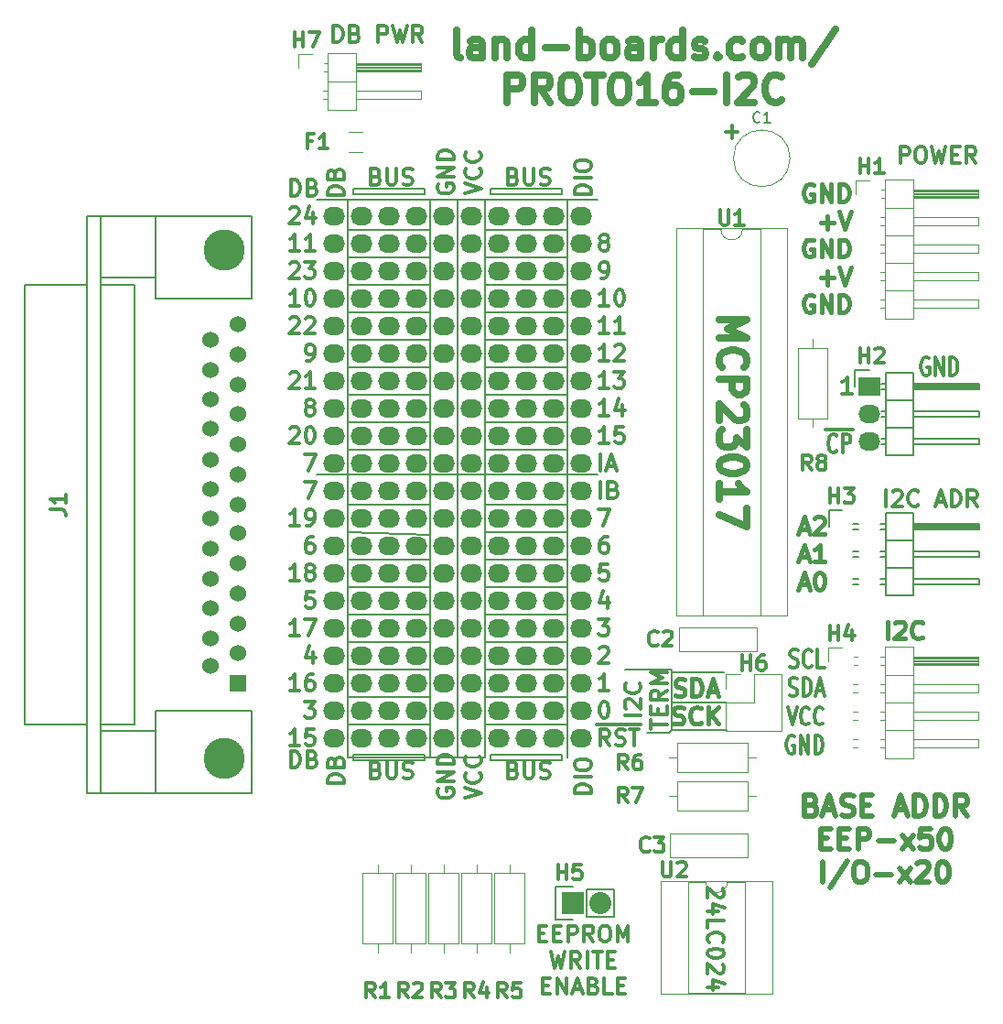
<source format=gto>
%TF.GenerationSoftware,KiCad,Pcbnew,(6.0.1)*%
%TF.CreationDate,2022-06-03T05:32:10-04:00*%
%TF.ProjectId,Proto16-I2C,50726f74-6f31-4362-9d49-32432e6b6963,X1*%
%TF.SameCoordinates,Original*%
%TF.FileFunction,Legend,Top*%
%TF.FilePolarity,Positive*%
%FSLAX46Y46*%
G04 Gerber Fmt 4.6, Leading zero omitted, Abs format (unit mm)*
G04 Created by KiCad (PCBNEW (6.0.1)) date 2022-06-03 05:32:10*
%MOMM*%
%LPD*%
G01*
G04 APERTURE LIST*
%ADD10C,0.150000*%
%ADD11C,0.200000*%
%ADD12C,0.300000*%
%ADD13C,0.396875*%
%ADD14C,0.635000*%
%ADD15C,0.476250*%
%ADD16C,0.317500*%
%ADD17C,0.349250*%
%ADD18C,0.120000*%
%ADD19R,2.032000X2.032000*%
%ADD20O,2.032000X2.032000*%
%ADD21C,3.810000*%
%ADD22R,1.524000X1.524000*%
%ADD23C,1.524000*%
%ADD24O,2.032000X1.727200*%
%ADD25R,2.032000X1.727200*%
G04 APERTURE END LIST*
D10*
X27940000Y-69850000D02*
X35560000Y-69850000D01*
D11*
X57912000Y-72644000D02*
X57912000Y-72390000D01*
D10*
X40640000Y-52070000D02*
X48260000Y-52070000D01*
X40640000Y-64770000D02*
X48260000Y-64770000D01*
D11*
X28448000Y-27940000D02*
X35052000Y-27940000D01*
X57912000Y-72390000D02*
X53594000Y-72390000D01*
D10*
X27940000Y-67310000D02*
X35560000Y-67310000D01*
X40640000Y-74930000D02*
X48260000Y-74930000D01*
X40640000Y-49530000D02*
X48260000Y-49530000D01*
D11*
X41148000Y-80264000D02*
X47752000Y-80264000D01*
X47752000Y-27940000D02*
X47752000Y-28448000D01*
D10*
X40640000Y-46990000D02*
X48260000Y-46990000D01*
X40640000Y-34290000D02*
X48260000Y-34290000D01*
X40640000Y-77470000D02*
X48260000Y-77470000D01*
X27940000Y-74930000D02*
X35560000Y-74930000D01*
D11*
X28448000Y-28448000D02*
X35052000Y-28448000D01*
D10*
X35560000Y-31750000D02*
X35560000Y-28930000D01*
D11*
X28448000Y-28448000D02*
X28448000Y-27940000D01*
D10*
X48260000Y-28956000D02*
X48260000Y-80518000D01*
D11*
X41148000Y-28448000D02*
X41148000Y-27940000D01*
X47752000Y-80772000D02*
X41148000Y-80772000D01*
D10*
X27940000Y-57150000D02*
X35560000Y-57150000D01*
X40640000Y-67310000D02*
X48260000Y-67310000D01*
D11*
X57658000Y-78232000D02*
X55626000Y-78232000D01*
D10*
X27940000Y-72390000D02*
X35560000Y-72390000D01*
D11*
X41148000Y-27940000D02*
X47752000Y-27940000D01*
D10*
X27940000Y-49530000D02*
X35560000Y-49530000D01*
X40640000Y-31750000D02*
X48260000Y-31750000D01*
X40640000Y-36830000D02*
X48260000Y-36830000D01*
X40640000Y-57150000D02*
X48260000Y-57150000D01*
D11*
X35052000Y-80264000D02*
X35052000Y-80772000D01*
X41148000Y-80772000D02*
X41148000Y-80264000D01*
D10*
X35560000Y-28930000D02*
X35560000Y-80518000D01*
D11*
X41148000Y-28448000D02*
X47752000Y-28448000D01*
D10*
X27940000Y-28930000D02*
X27940000Y-80518000D01*
D11*
X57912000Y-75438000D02*
X62992000Y-75438000D01*
X35052000Y-27940000D02*
X35052000Y-28448000D01*
D10*
X40640000Y-72390000D02*
X48260000Y-72390000D01*
X27940000Y-59690000D02*
X35560000Y-59944000D01*
X27940000Y-64770000D02*
X35560000Y-64770000D01*
X27940000Y-34290000D02*
X35560000Y-34290000D01*
X38100000Y-28930000D02*
X38100000Y-80518000D01*
X35560000Y-80518000D02*
X27940000Y-80518000D01*
X27940000Y-31750000D02*
X35560000Y-31750000D01*
X38100000Y-80518000D02*
X35560000Y-80518000D01*
X40640000Y-39370000D02*
X48260000Y-39370000D01*
X27940000Y-36830000D02*
X35560000Y-36830000D01*
X40640000Y-69850000D02*
X48260000Y-69850000D01*
X27940000Y-41910000D02*
X35560000Y-41910000D01*
X27940000Y-62230000D02*
X35560000Y-62230000D01*
X40640000Y-59690000D02*
X48260000Y-59690000D01*
X27940000Y-46990000D02*
X35560000Y-46990000D01*
X27940000Y-52070000D02*
X35560000Y-52070000D01*
X38100000Y-80518000D02*
X40640000Y-80518000D01*
X27940000Y-77470000D02*
X35560000Y-77470000D01*
D11*
X47752000Y-80264000D02*
X47752000Y-80772000D01*
D10*
X40640000Y-44450000D02*
X48260000Y-44450000D01*
X40640000Y-80518000D02*
X40640000Y-28956000D01*
X27940000Y-39370000D02*
X35560000Y-39370000D01*
D11*
X35052000Y-80772000D02*
X28448000Y-80772000D01*
X28448000Y-80772000D02*
X28448000Y-80264000D01*
X57912000Y-72644000D02*
X57912000Y-77978000D01*
X28448000Y-80264000D02*
X35052000Y-80264000D01*
D10*
X27940000Y-44450000D02*
X35560000Y-44450000D01*
D11*
X62992000Y-77978000D02*
X57912000Y-77978000D01*
D10*
X40640000Y-62230000D02*
X48260000Y-62230000D01*
X40640000Y-41910000D02*
X48260000Y-41910000D01*
D11*
X57912000Y-77978000D02*
X57658000Y-78232000D01*
X62738000Y-72644000D02*
X57912000Y-72644000D01*
D12*
X79085714Y-25570571D02*
X79085714Y-24070571D01*
X79657142Y-24070571D01*
X79800000Y-24142000D01*
X79871428Y-24213428D01*
X79942857Y-24356285D01*
X79942857Y-24570571D01*
X79871428Y-24713428D01*
X79800000Y-24784857D01*
X79657142Y-24856285D01*
X79085714Y-24856285D01*
X80871428Y-24070571D02*
X81157142Y-24070571D01*
X81300000Y-24142000D01*
X81442857Y-24284857D01*
X81514285Y-24570571D01*
X81514285Y-25070571D01*
X81442857Y-25356285D01*
X81300000Y-25499142D01*
X81157142Y-25570571D01*
X80871428Y-25570571D01*
X80728571Y-25499142D01*
X80585714Y-25356285D01*
X80514285Y-25070571D01*
X80514285Y-24570571D01*
X80585714Y-24284857D01*
X80728571Y-24142000D01*
X80871428Y-24070571D01*
X82014285Y-24070571D02*
X82371428Y-25570571D01*
X82657142Y-24499142D01*
X82942857Y-25570571D01*
X83300000Y-24070571D01*
X83871428Y-24784857D02*
X84371428Y-24784857D01*
X84585714Y-25570571D02*
X83871428Y-25570571D01*
X83871428Y-24070571D01*
X84585714Y-24070571D01*
X86085714Y-25570571D02*
X85585714Y-24856285D01*
X85228571Y-25570571D02*
X85228571Y-24070571D01*
X85800000Y-24070571D01*
X85942857Y-24142000D01*
X86014285Y-24213428D01*
X86085714Y-24356285D01*
X86085714Y-24570571D01*
X86014285Y-24713428D01*
X85942857Y-24784857D01*
X85800000Y-24856285D01*
X85228571Y-24856285D01*
X36334000Y-83438857D02*
X36262571Y-83581714D01*
X36262571Y-83796000D01*
X36334000Y-84010285D01*
X36476857Y-84153142D01*
X36619714Y-84224571D01*
X36905428Y-84296000D01*
X37119714Y-84296000D01*
X37405428Y-84224571D01*
X37548285Y-84153142D01*
X37691142Y-84010285D01*
X37762571Y-83796000D01*
X37762571Y-83653142D01*
X37691142Y-83438857D01*
X37619714Y-83367428D01*
X37119714Y-83367428D01*
X37119714Y-83653142D01*
X37762571Y-82724571D02*
X36262571Y-82724571D01*
X37762571Y-81867428D01*
X36262571Y-81867428D01*
X37762571Y-81153142D02*
X36262571Y-81153142D01*
X36262571Y-80796000D01*
X36334000Y-80581714D01*
X36476857Y-80438857D01*
X36619714Y-80367428D01*
X36905428Y-80296000D01*
X37119714Y-80296000D01*
X37405428Y-80367428D01*
X37548285Y-80438857D01*
X37691142Y-80581714D01*
X37762571Y-80796000D01*
X37762571Y-81153142D01*
X52137857Y-46398571D02*
X51280714Y-46398571D01*
X51709285Y-46398571D02*
X51709285Y-44898571D01*
X51566428Y-45112857D01*
X51423571Y-45255714D01*
X51280714Y-45327142D01*
X52637857Y-44898571D02*
X53566428Y-44898571D01*
X53066428Y-45470000D01*
X53280714Y-45470000D01*
X53423571Y-45541428D01*
X53495000Y-45612857D01*
X53566428Y-45755714D01*
X53566428Y-46112857D01*
X53495000Y-46255714D01*
X53423571Y-46327142D01*
X53280714Y-46398571D01*
X52852142Y-46398571D01*
X52709285Y-46327142D01*
X52637857Y-46255714D01*
X23490714Y-79418571D02*
X22633571Y-79418571D01*
X23062142Y-79418571D02*
X23062142Y-77918571D01*
X22919285Y-78132857D01*
X22776428Y-78275714D01*
X22633571Y-78347142D01*
X24847857Y-77918571D02*
X24133571Y-77918571D01*
X24062142Y-78632857D01*
X24133571Y-78561428D01*
X24276428Y-78490000D01*
X24633571Y-78490000D01*
X24776428Y-78561428D01*
X24847857Y-78632857D01*
X24919285Y-78775714D01*
X24919285Y-79132857D01*
X24847857Y-79275714D01*
X24776428Y-79347142D01*
X24633571Y-79418571D01*
X24276428Y-79418571D01*
X24133571Y-79347142D01*
X24062142Y-79275714D01*
X62928571Y-22713142D02*
X64071428Y-22713142D01*
X63500000Y-23284571D02*
X63500000Y-22141714D01*
X52066428Y-62678571D02*
X51352142Y-62678571D01*
X51280714Y-63392857D01*
X51352142Y-63321428D01*
X51495000Y-63250000D01*
X51852142Y-63250000D01*
X51995000Y-63321428D01*
X52066428Y-63392857D01*
X52137857Y-63535714D01*
X52137857Y-63892857D01*
X52066428Y-64035714D01*
X51995000Y-64107142D01*
X51852142Y-64178571D01*
X51495000Y-64178571D01*
X51352142Y-64107142D01*
X51280714Y-64035714D01*
X52137857Y-38778571D02*
X51280714Y-38778571D01*
X51709285Y-38778571D02*
X51709285Y-37278571D01*
X51566428Y-37492857D01*
X51423571Y-37635714D01*
X51280714Y-37707142D01*
X53066428Y-37278571D02*
X53209285Y-37278571D01*
X53352142Y-37350000D01*
X53423571Y-37421428D01*
X53495000Y-37564285D01*
X53566428Y-37850000D01*
X53566428Y-38207142D01*
X53495000Y-38492857D01*
X53423571Y-38635714D01*
X53352142Y-38707142D01*
X53209285Y-38778571D01*
X53066428Y-38778571D01*
X52923571Y-38707142D01*
X52852142Y-38635714D01*
X52780714Y-38492857D01*
X52709285Y-38207142D01*
X52709285Y-37850000D01*
X52780714Y-37564285D01*
X52852142Y-37421428D01*
X52923571Y-37350000D01*
X53066428Y-37278571D01*
X55097071Y-76648285D02*
X53597071Y-76648285D01*
X53739928Y-76005428D02*
X53668500Y-75934000D01*
X53597071Y-75791142D01*
X53597071Y-75434000D01*
X53668500Y-75291142D01*
X53739928Y-75219714D01*
X53882785Y-75148285D01*
X54025642Y-75148285D01*
X54239928Y-75219714D01*
X55097071Y-76076857D01*
X55097071Y-75148285D01*
X54954214Y-73648285D02*
X55025642Y-73719714D01*
X55097071Y-73934000D01*
X55097071Y-74076857D01*
X55025642Y-74291142D01*
X54882785Y-74434000D01*
X54739928Y-74505428D01*
X54454214Y-74576857D01*
X54239928Y-74576857D01*
X53954214Y-74505428D01*
X53811357Y-74434000D01*
X53668500Y-74291142D01*
X53597071Y-74076857D01*
X53597071Y-73934000D01*
X53668500Y-73719714D01*
X53739928Y-73648285D01*
X56012071Y-77898285D02*
X56012071Y-77041142D01*
X57512071Y-77469714D02*
X56012071Y-77469714D01*
X56726357Y-76541142D02*
X56726357Y-76041142D01*
X57512071Y-75826857D02*
X57512071Y-76541142D01*
X56012071Y-76541142D01*
X56012071Y-75826857D01*
X57512071Y-74326857D02*
X56797785Y-74826857D01*
X57512071Y-75184000D02*
X56012071Y-75184000D01*
X56012071Y-74612571D01*
X56083500Y-74469714D01*
X56154928Y-74398285D01*
X56297785Y-74326857D01*
X56512071Y-74326857D01*
X56654928Y-74398285D01*
X56726357Y-74469714D01*
X56797785Y-74612571D01*
X56797785Y-75184000D01*
X57512071Y-73684000D02*
X56012071Y-73684000D01*
X57083500Y-73184000D01*
X56012071Y-72684000D01*
X57512071Y-72684000D01*
X51637857Y-75378571D02*
X51780714Y-75378571D01*
X51923571Y-75450000D01*
X51995000Y-75521428D01*
X52066428Y-75664285D01*
X52137857Y-75950000D01*
X52137857Y-76307142D01*
X52066428Y-76592857D01*
X51995000Y-76735714D01*
X51923571Y-76807142D01*
X51780714Y-76878571D01*
X51637857Y-76878571D01*
X51495000Y-76807142D01*
X51423571Y-76735714D01*
X51352142Y-76592857D01*
X51280714Y-76307142D01*
X51280714Y-75950000D01*
X51352142Y-75664285D01*
X51423571Y-75521428D01*
X51495000Y-75450000D01*
X51637857Y-75378571D01*
X22633571Y-34881428D02*
X22705000Y-34810000D01*
X22847857Y-34738571D01*
X23205000Y-34738571D01*
X23347857Y-34810000D01*
X23419285Y-34881428D01*
X23490714Y-35024285D01*
X23490714Y-35167142D01*
X23419285Y-35381428D01*
X22562142Y-36238571D01*
X23490714Y-36238571D01*
X23990714Y-34738571D02*
X24919285Y-34738571D01*
X24419285Y-35310000D01*
X24633571Y-35310000D01*
X24776428Y-35381428D01*
X24847857Y-35452857D01*
X24919285Y-35595714D01*
X24919285Y-35952857D01*
X24847857Y-36095714D01*
X24776428Y-36167142D01*
X24633571Y-36238571D01*
X24205000Y-36238571D01*
X24062142Y-36167142D01*
X23990714Y-36095714D01*
X23990714Y-52518571D02*
X24990714Y-52518571D01*
X24347857Y-54018571D01*
X24205000Y-43858571D02*
X24490714Y-43858571D01*
X24633571Y-43787142D01*
X24705000Y-43715714D01*
X24847857Y-43501428D01*
X24919285Y-43215714D01*
X24919285Y-42644285D01*
X24847857Y-42501428D01*
X24776428Y-42430000D01*
X24633571Y-42358571D01*
X24347857Y-42358571D01*
X24205000Y-42430000D01*
X24133571Y-42501428D01*
X24062142Y-42644285D01*
X24062142Y-43001428D01*
X24133571Y-43144285D01*
X24205000Y-43215714D01*
X24347857Y-43287142D01*
X24633571Y-43287142D01*
X24776428Y-43215714D01*
X24847857Y-43144285D01*
X24919285Y-43001428D01*
X50995000Y-77495000D02*
X52495000Y-77495000D01*
X52209285Y-79418571D02*
X51709285Y-78704285D01*
X51352142Y-79418571D02*
X51352142Y-77918571D01*
X51923571Y-77918571D01*
X52066428Y-77990000D01*
X52137857Y-78061428D01*
X52209285Y-78204285D01*
X52209285Y-78418571D01*
X52137857Y-78561428D01*
X52066428Y-78632857D01*
X51923571Y-78704285D01*
X51352142Y-78704285D01*
X52495000Y-77495000D02*
X53923571Y-77495000D01*
X52780714Y-79347142D02*
X52995000Y-79418571D01*
X53352142Y-79418571D01*
X53495000Y-79347142D01*
X53566428Y-79275714D01*
X53637857Y-79132857D01*
X53637857Y-78990000D01*
X53566428Y-78847142D01*
X53495000Y-78775714D01*
X53352142Y-78704285D01*
X53066428Y-78632857D01*
X52923571Y-78561428D01*
X52852142Y-78490000D01*
X52780714Y-78347142D01*
X52780714Y-78204285D01*
X52852142Y-78061428D01*
X52923571Y-77990000D01*
X53066428Y-77918571D01*
X53423571Y-77918571D01*
X53637857Y-77990000D01*
X53923571Y-77495000D02*
X55066428Y-77495000D01*
X54066428Y-77918571D02*
X54923571Y-77918571D01*
X54495000Y-79418571D02*
X54495000Y-77918571D01*
X43311142Y-26816857D02*
X43525428Y-26888285D01*
X43596857Y-26959714D01*
X43668285Y-27102571D01*
X43668285Y-27316857D01*
X43596857Y-27459714D01*
X43525428Y-27531142D01*
X43382571Y-27602571D01*
X42811142Y-27602571D01*
X42811142Y-26102571D01*
X43311142Y-26102571D01*
X43454000Y-26174000D01*
X43525428Y-26245428D01*
X43596857Y-26388285D01*
X43596857Y-26531142D01*
X43525428Y-26674000D01*
X43454000Y-26745428D01*
X43311142Y-26816857D01*
X42811142Y-26816857D01*
X44311142Y-26102571D02*
X44311142Y-27316857D01*
X44382571Y-27459714D01*
X44454000Y-27531142D01*
X44596857Y-27602571D01*
X44882571Y-27602571D01*
X45025428Y-27531142D01*
X45096857Y-27459714D01*
X45168285Y-27316857D01*
X45168285Y-26102571D01*
X45811142Y-27531142D02*
X46025428Y-27602571D01*
X46382571Y-27602571D01*
X46525428Y-27531142D01*
X46596857Y-27459714D01*
X46668285Y-27316857D01*
X46668285Y-27174000D01*
X46596857Y-27031142D01*
X46525428Y-26959714D01*
X46382571Y-26888285D01*
X46096857Y-26816857D01*
X45954000Y-26745428D01*
X45882571Y-26674000D01*
X45811142Y-26531142D01*
X45811142Y-26388285D01*
X45882571Y-26245428D01*
X45954000Y-26174000D01*
X46096857Y-26102571D01*
X46454000Y-26102571D01*
X46668285Y-26174000D01*
D13*
X77952297Y-69552154D02*
X77952297Y-67964654D01*
X78632654Y-68115845D02*
X78708250Y-68040250D01*
X78859440Y-67964654D01*
X79237416Y-67964654D01*
X79388607Y-68040250D01*
X79464202Y-68115845D01*
X79539797Y-68267035D01*
X79539797Y-68418226D01*
X79464202Y-68645011D01*
X78557059Y-69552154D01*
X79539797Y-69552154D01*
X81127297Y-69400964D02*
X81051702Y-69476559D01*
X80824916Y-69552154D01*
X80673726Y-69552154D01*
X80446940Y-69476559D01*
X80295750Y-69325369D01*
X80220154Y-69174178D01*
X80144559Y-68871797D01*
X80144559Y-68645011D01*
X80220154Y-68342630D01*
X80295750Y-68191440D01*
X80446940Y-68040250D01*
X80673726Y-67964654D01*
X80824916Y-67964654D01*
X81051702Y-68040250D01*
X81127297Y-68115845D01*
D12*
X38802571Y-28416000D02*
X40302571Y-27916000D01*
X38802571Y-27416000D01*
X40159714Y-26058857D02*
X40231142Y-26130285D01*
X40302571Y-26344571D01*
X40302571Y-26487428D01*
X40231142Y-26701714D01*
X40088285Y-26844571D01*
X39945428Y-26916000D01*
X39659714Y-26987428D01*
X39445428Y-26987428D01*
X39159714Y-26916000D01*
X39016857Y-26844571D01*
X38874000Y-26701714D01*
X38802571Y-26487428D01*
X38802571Y-26344571D01*
X38874000Y-26130285D01*
X38945428Y-26058857D01*
X40159714Y-24558857D02*
X40231142Y-24630285D01*
X40302571Y-24844571D01*
X40302571Y-24987428D01*
X40231142Y-25201714D01*
X40088285Y-25344571D01*
X39945428Y-25416000D01*
X39659714Y-25487428D01*
X39445428Y-25487428D01*
X39159714Y-25416000D01*
X39016857Y-25344571D01*
X38874000Y-25201714D01*
X38802571Y-24987428D01*
X38802571Y-24844571D01*
X38874000Y-24630285D01*
X38945428Y-24558857D01*
X22633571Y-29801428D02*
X22705000Y-29730000D01*
X22847857Y-29658571D01*
X23205000Y-29658571D01*
X23347857Y-29730000D01*
X23419285Y-29801428D01*
X23490714Y-29944285D01*
X23490714Y-30087142D01*
X23419285Y-30301428D01*
X22562142Y-31158571D01*
X23490714Y-31158571D01*
X24776428Y-30158571D02*
X24776428Y-31158571D01*
X24419285Y-29587142D02*
X24062142Y-30658571D01*
X24990714Y-30658571D01*
X23490714Y-74338571D02*
X22633571Y-74338571D01*
X23062142Y-74338571D02*
X23062142Y-72838571D01*
X22919285Y-73052857D01*
X22776428Y-73195714D01*
X22633571Y-73267142D01*
X24776428Y-72838571D02*
X24490714Y-72838571D01*
X24347857Y-72910000D01*
X24276428Y-72981428D01*
X24133571Y-73195714D01*
X24062142Y-73481428D01*
X24062142Y-74052857D01*
X24133571Y-74195714D01*
X24205000Y-74267142D01*
X24347857Y-74338571D01*
X24633571Y-74338571D01*
X24776428Y-74267142D01*
X24847857Y-74195714D01*
X24919285Y-74052857D01*
X24919285Y-73695714D01*
X24847857Y-73552857D01*
X24776428Y-73481428D01*
X24633571Y-73410000D01*
X24347857Y-73410000D01*
X24205000Y-73481428D01*
X24133571Y-73552857D01*
X24062142Y-73695714D01*
X72195000Y-50191670D02*
X73465000Y-50191670D01*
X73223095Y-52151642D02*
X73162619Y-52230261D01*
X72981190Y-52308880D01*
X72860238Y-52308880D01*
X72678809Y-52230261D01*
X72557857Y-52073023D01*
X72497380Y-51915785D01*
X72436904Y-51601309D01*
X72436904Y-51365452D01*
X72497380Y-51050976D01*
X72557857Y-50893738D01*
X72678809Y-50736500D01*
X72860238Y-50657880D01*
X72981190Y-50657880D01*
X73162619Y-50736500D01*
X73223095Y-50815119D01*
X73465000Y-50191670D02*
X74735000Y-50191670D01*
X73767380Y-52308880D02*
X73767380Y-50657880D01*
X74251190Y-50657880D01*
X74372142Y-50736500D01*
X74432619Y-50815119D01*
X74493095Y-50972357D01*
X74493095Y-51208214D01*
X74432619Y-51365452D01*
X74372142Y-51444071D01*
X74251190Y-51522690D01*
X73767380Y-51522690D01*
X51352142Y-54018571D02*
X51352142Y-52518571D01*
X51995000Y-53590000D02*
X52709285Y-53590000D01*
X51852142Y-54018571D02*
X52352142Y-52518571D01*
X52852142Y-54018571D01*
X30611142Y-26816857D02*
X30825428Y-26888285D01*
X30896857Y-26959714D01*
X30968285Y-27102571D01*
X30968285Y-27316857D01*
X30896857Y-27459714D01*
X30825428Y-27531142D01*
X30682571Y-27602571D01*
X30111142Y-27602571D01*
X30111142Y-26102571D01*
X30611142Y-26102571D01*
X30754000Y-26174000D01*
X30825428Y-26245428D01*
X30896857Y-26388285D01*
X30896857Y-26531142D01*
X30825428Y-26674000D01*
X30754000Y-26745428D01*
X30611142Y-26816857D01*
X30111142Y-26816857D01*
X31611142Y-26102571D02*
X31611142Y-27316857D01*
X31682571Y-27459714D01*
X31754000Y-27531142D01*
X31896857Y-27602571D01*
X32182571Y-27602571D01*
X32325428Y-27531142D01*
X32396857Y-27459714D01*
X32468285Y-27316857D01*
X32468285Y-26102571D01*
X33111142Y-27531142D02*
X33325428Y-27602571D01*
X33682571Y-27602571D01*
X33825428Y-27531142D01*
X33896857Y-27459714D01*
X33968285Y-27316857D01*
X33968285Y-27174000D01*
X33896857Y-27031142D01*
X33825428Y-26959714D01*
X33682571Y-26888285D01*
X33396857Y-26816857D01*
X33254000Y-26745428D01*
X33182571Y-26674000D01*
X33111142Y-26531142D01*
X33111142Y-26388285D01*
X33182571Y-26245428D01*
X33254000Y-26174000D01*
X33396857Y-26102571D01*
X33754000Y-26102571D01*
X33968285Y-26174000D01*
D14*
X62350952Y-40095714D02*
X64890952Y-40095714D01*
X63076666Y-40942380D01*
X64890952Y-41789047D01*
X62350952Y-41789047D01*
X62592857Y-44450000D02*
X62471904Y-44329047D01*
X62350952Y-43966190D01*
X62350952Y-43724285D01*
X62471904Y-43361428D01*
X62713809Y-43119523D01*
X62955714Y-42998571D01*
X63439523Y-42877619D01*
X63802380Y-42877619D01*
X64286190Y-42998571D01*
X64528095Y-43119523D01*
X64770000Y-43361428D01*
X64890952Y-43724285D01*
X64890952Y-43966190D01*
X64770000Y-44329047D01*
X64649047Y-44450000D01*
X62350952Y-45538571D02*
X64890952Y-45538571D01*
X64890952Y-46506190D01*
X64770000Y-46748095D01*
X64649047Y-46869047D01*
X64407142Y-46990000D01*
X64044285Y-46990000D01*
X63802380Y-46869047D01*
X63681428Y-46748095D01*
X63560476Y-46506190D01*
X63560476Y-45538571D01*
X64649047Y-47957619D02*
X64770000Y-48078571D01*
X64890952Y-48320476D01*
X64890952Y-48925238D01*
X64770000Y-49167142D01*
X64649047Y-49288095D01*
X64407142Y-49409047D01*
X64165238Y-49409047D01*
X63802380Y-49288095D01*
X62350952Y-47836666D01*
X62350952Y-49409047D01*
X64890952Y-50255714D02*
X64890952Y-51828095D01*
X63923333Y-50981428D01*
X63923333Y-51344285D01*
X63802380Y-51586190D01*
X63681428Y-51707142D01*
X63439523Y-51828095D01*
X62834761Y-51828095D01*
X62592857Y-51707142D01*
X62471904Y-51586190D01*
X62350952Y-51344285D01*
X62350952Y-50618571D01*
X62471904Y-50376666D01*
X62592857Y-50255714D01*
X64890952Y-53400476D02*
X64890952Y-53642380D01*
X64770000Y-53884285D01*
X64649047Y-54005238D01*
X64407142Y-54126190D01*
X63923333Y-54247142D01*
X63318571Y-54247142D01*
X62834761Y-54126190D01*
X62592857Y-54005238D01*
X62471904Y-53884285D01*
X62350952Y-53642380D01*
X62350952Y-53400476D01*
X62471904Y-53158571D01*
X62592857Y-53037619D01*
X62834761Y-52916666D01*
X63318571Y-52795714D01*
X63923333Y-52795714D01*
X64407142Y-52916666D01*
X64649047Y-53037619D01*
X64770000Y-53158571D01*
X64890952Y-53400476D01*
X62350952Y-56666190D02*
X62350952Y-55214761D01*
X62350952Y-55940476D02*
X64890952Y-55940476D01*
X64528095Y-55698571D01*
X64286190Y-55456666D01*
X64165238Y-55214761D01*
X64890952Y-57512857D02*
X64890952Y-59206190D01*
X62350952Y-58117619D01*
D12*
X81738142Y-43624500D02*
X81617190Y-43545880D01*
X81435761Y-43545880D01*
X81254333Y-43624500D01*
X81133380Y-43781738D01*
X81072904Y-43938976D01*
X81012428Y-44253452D01*
X81012428Y-44489309D01*
X81072904Y-44803785D01*
X81133380Y-44961023D01*
X81254333Y-45118261D01*
X81435761Y-45196880D01*
X81556714Y-45196880D01*
X81738142Y-45118261D01*
X81798619Y-45039642D01*
X81798619Y-44489309D01*
X81556714Y-44489309D01*
X82342904Y-45196880D02*
X82342904Y-43545880D01*
X83068619Y-45196880D01*
X83068619Y-43545880D01*
X83673380Y-45196880D02*
X83673380Y-43545880D01*
X83975761Y-43545880D01*
X84157190Y-43624500D01*
X84278142Y-43781738D01*
X84338619Y-43938976D01*
X84399095Y-44253452D01*
X84399095Y-44489309D01*
X84338619Y-44803785D01*
X84278142Y-44961023D01*
X84157190Y-45118261D01*
X83975761Y-45196880D01*
X83673380Y-45196880D01*
X24347857Y-48081428D02*
X24205000Y-48010000D01*
X24133571Y-47938571D01*
X24062142Y-47795714D01*
X24062142Y-47724285D01*
X24133571Y-47581428D01*
X24205000Y-47510000D01*
X24347857Y-47438571D01*
X24633571Y-47438571D01*
X24776428Y-47510000D01*
X24847857Y-47581428D01*
X24919285Y-47724285D01*
X24919285Y-47795714D01*
X24847857Y-47938571D01*
X24776428Y-48010000D01*
X24633571Y-48081428D01*
X24347857Y-48081428D01*
X24205000Y-48152857D01*
X24133571Y-48224285D01*
X24062142Y-48367142D01*
X24062142Y-48652857D01*
X24133571Y-48795714D01*
X24205000Y-48867142D01*
X24347857Y-48938571D01*
X24633571Y-48938571D01*
X24776428Y-48867142D01*
X24847857Y-48795714D01*
X24919285Y-48652857D01*
X24919285Y-48367142D01*
X24847857Y-48224285D01*
X24776428Y-48152857D01*
X24633571Y-48081428D01*
X23490714Y-59098571D02*
X22633571Y-59098571D01*
X23062142Y-59098571D02*
X23062142Y-57598571D01*
X22919285Y-57812857D01*
X22776428Y-57955714D01*
X22633571Y-58027142D01*
X24205000Y-59098571D02*
X24490714Y-59098571D01*
X24633571Y-59027142D01*
X24705000Y-58955714D01*
X24847857Y-58741428D01*
X24919285Y-58455714D01*
X24919285Y-57884285D01*
X24847857Y-57741428D01*
X24776428Y-57670000D01*
X24633571Y-57598571D01*
X24347857Y-57598571D01*
X24205000Y-57670000D01*
X24133571Y-57741428D01*
X24062142Y-57884285D01*
X24062142Y-58241428D01*
X24133571Y-58384285D01*
X24205000Y-58455714D01*
X24347857Y-58527142D01*
X24633571Y-58527142D01*
X24776428Y-58455714D01*
X24847857Y-58384285D01*
X24919285Y-58241428D01*
X52137857Y-43858571D02*
X51280714Y-43858571D01*
X51709285Y-43858571D02*
X51709285Y-42358571D01*
X51566428Y-42572857D01*
X51423571Y-42715714D01*
X51280714Y-42787142D01*
X52709285Y-42501428D02*
X52780714Y-42430000D01*
X52923571Y-42358571D01*
X53280714Y-42358571D01*
X53423571Y-42430000D01*
X53495000Y-42501428D01*
X53566428Y-42644285D01*
X53566428Y-42787142D01*
X53495000Y-43001428D01*
X52637857Y-43858571D01*
X53566428Y-43858571D01*
X22633571Y-50121428D02*
X22705000Y-50050000D01*
X22847857Y-49978571D01*
X23205000Y-49978571D01*
X23347857Y-50050000D01*
X23419285Y-50121428D01*
X23490714Y-50264285D01*
X23490714Y-50407142D01*
X23419285Y-50621428D01*
X22562142Y-51478571D01*
X23490714Y-51478571D01*
X24419285Y-49978571D02*
X24562142Y-49978571D01*
X24705000Y-50050000D01*
X24776428Y-50121428D01*
X24847857Y-50264285D01*
X24919285Y-50550000D01*
X24919285Y-50907142D01*
X24847857Y-51192857D01*
X24776428Y-51335714D01*
X24705000Y-51407142D01*
X24562142Y-51478571D01*
X24419285Y-51478571D01*
X24276428Y-51407142D01*
X24205000Y-51335714D01*
X24133571Y-51192857D01*
X24062142Y-50907142D01*
X24062142Y-50550000D01*
X24133571Y-50264285D01*
X24205000Y-50121428D01*
X24276428Y-50050000D01*
X24419285Y-49978571D01*
X27602571Y-28574857D02*
X26102571Y-28574857D01*
X26102571Y-28217714D01*
X26174000Y-28003428D01*
X26316857Y-27860571D01*
X26459714Y-27789142D01*
X26745428Y-27717714D01*
X26959714Y-27717714D01*
X27245428Y-27789142D01*
X27388285Y-27860571D01*
X27531142Y-28003428D01*
X27602571Y-28217714D01*
X27602571Y-28574857D01*
X26816857Y-26574857D02*
X26888285Y-26360571D01*
X26959714Y-26289142D01*
X27102571Y-26217714D01*
X27316857Y-26217714D01*
X27459714Y-26289142D01*
X27531142Y-26360571D01*
X27602571Y-26503428D01*
X27602571Y-27074857D01*
X26102571Y-27074857D01*
X26102571Y-26574857D01*
X26174000Y-26432000D01*
X26245428Y-26360571D01*
X26388285Y-26289142D01*
X26531142Y-26289142D01*
X26674000Y-26360571D01*
X26745428Y-26432000D01*
X26816857Y-26574857D01*
X26816857Y-27074857D01*
X43311142Y-81680857D02*
X43525428Y-81752285D01*
X43596857Y-81823714D01*
X43668285Y-81966571D01*
X43668285Y-82180857D01*
X43596857Y-82323714D01*
X43525428Y-82395142D01*
X43382571Y-82466571D01*
X42811142Y-82466571D01*
X42811142Y-80966571D01*
X43311142Y-80966571D01*
X43454000Y-81038000D01*
X43525428Y-81109428D01*
X43596857Y-81252285D01*
X43596857Y-81395142D01*
X43525428Y-81538000D01*
X43454000Y-81609428D01*
X43311142Y-81680857D01*
X42811142Y-81680857D01*
X44311142Y-80966571D02*
X44311142Y-82180857D01*
X44382571Y-82323714D01*
X44454000Y-82395142D01*
X44596857Y-82466571D01*
X44882571Y-82466571D01*
X45025428Y-82395142D01*
X45096857Y-82323714D01*
X45168285Y-82180857D01*
X45168285Y-80966571D01*
X45811142Y-82395142D02*
X46025428Y-82466571D01*
X46382571Y-82466571D01*
X46525428Y-82395142D01*
X46596857Y-82323714D01*
X46668285Y-82180857D01*
X46668285Y-82038000D01*
X46596857Y-81895142D01*
X46525428Y-81823714D01*
X46382571Y-81752285D01*
X46096857Y-81680857D01*
X45954000Y-81609428D01*
X45882571Y-81538000D01*
X45811142Y-81395142D01*
X45811142Y-81252285D01*
X45882571Y-81109428D01*
X45954000Y-81038000D01*
X46096857Y-80966571D01*
X46454000Y-80966571D01*
X46668285Y-81038000D01*
X22733142Y-81450571D02*
X22733142Y-79950571D01*
X23090285Y-79950571D01*
X23304571Y-80022000D01*
X23447428Y-80164857D01*
X23518857Y-80307714D01*
X23590285Y-80593428D01*
X23590285Y-80807714D01*
X23518857Y-81093428D01*
X23447428Y-81236285D01*
X23304571Y-81379142D01*
X23090285Y-81450571D01*
X22733142Y-81450571D01*
X24733142Y-80664857D02*
X24947428Y-80736285D01*
X25018857Y-80807714D01*
X25090285Y-80950571D01*
X25090285Y-81164857D01*
X25018857Y-81307714D01*
X24947428Y-81379142D01*
X24804571Y-81450571D01*
X24233142Y-81450571D01*
X24233142Y-79950571D01*
X24733142Y-79950571D01*
X24876000Y-80022000D01*
X24947428Y-80093428D01*
X25018857Y-80236285D01*
X25018857Y-80379142D01*
X24947428Y-80522000D01*
X24876000Y-80593428D01*
X24733142Y-80664857D01*
X24233142Y-80664857D01*
X23490714Y-33698571D02*
X22633571Y-33698571D01*
X23062142Y-33698571D02*
X23062142Y-32198571D01*
X22919285Y-32412857D01*
X22776428Y-32555714D01*
X22633571Y-32627142D01*
X24919285Y-33698571D02*
X24062142Y-33698571D01*
X24490714Y-33698571D02*
X24490714Y-32198571D01*
X24347857Y-32412857D01*
X24205000Y-32555714D01*
X24062142Y-32627142D01*
X51280714Y-70441428D02*
X51352142Y-70370000D01*
X51495000Y-70298571D01*
X51852142Y-70298571D01*
X51995000Y-70370000D01*
X52066428Y-70441428D01*
X52137857Y-70584285D01*
X52137857Y-70727142D01*
X52066428Y-70941428D01*
X51209285Y-71798571D01*
X52137857Y-71798571D01*
X36334000Y-27558857D02*
X36262571Y-27701714D01*
X36262571Y-27916000D01*
X36334000Y-28130285D01*
X36476857Y-28273142D01*
X36619714Y-28344571D01*
X36905428Y-28416000D01*
X37119714Y-28416000D01*
X37405428Y-28344571D01*
X37548285Y-28273142D01*
X37691142Y-28130285D01*
X37762571Y-27916000D01*
X37762571Y-27773142D01*
X37691142Y-27558857D01*
X37619714Y-27487428D01*
X37119714Y-27487428D01*
X37119714Y-27773142D01*
X37762571Y-26844571D02*
X36262571Y-26844571D01*
X37762571Y-25987428D01*
X36262571Y-25987428D01*
X37762571Y-25273142D02*
X36262571Y-25273142D01*
X36262571Y-24916000D01*
X36334000Y-24701714D01*
X36476857Y-24558857D01*
X36619714Y-24487428D01*
X36905428Y-24416000D01*
X37119714Y-24416000D01*
X37405428Y-24487428D01*
X37548285Y-24558857D01*
X37691142Y-24701714D01*
X37762571Y-24916000D01*
X37762571Y-25273142D01*
X24776428Y-60138571D02*
X24490714Y-60138571D01*
X24347857Y-60210000D01*
X24276428Y-60281428D01*
X24133571Y-60495714D01*
X24062142Y-60781428D01*
X24062142Y-61352857D01*
X24133571Y-61495714D01*
X24205000Y-61567142D01*
X24347857Y-61638571D01*
X24633571Y-61638571D01*
X24776428Y-61567142D01*
X24847857Y-61495714D01*
X24919285Y-61352857D01*
X24919285Y-60995714D01*
X24847857Y-60852857D01*
X24776428Y-60781428D01*
X24633571Y-60710000D01*
X24347857Y-60710000D01*
X24205000Y-60781428D01*
X24133571Y-60852857D01*
X24062142Y-60995714D01*
D13*
X58270321Y-74802622D02*
X58497107Y-74878217D01*
X58875083Y-74878217D01*
X59026273Y-74802622D01*
X59101869Y-74727027D01*
X59177464Y-74575836D01*
X59177464Y-74424646D01*
X59101869Y-74273455D01*
X59026273Y-74197860D01*
X58875083Y-74122265D01*
X58572702Y-74046670D01*
X58421511Y-73971074D01*
X58345916Y-73895479D01*
X58270321Y-73744289D01*
X58270321Y-73593098D01*
X58345916Y-73441908D01*
X58421511Y-73366313D01*
X58572702Y-73290717D01*
X58950678Y-73290717D01*
X59177464Y-73366313D01*
X59857821Y-74878217D02*
X59857821Y-73290717D01*
X60235797Y-73290717D01*
X60462583Y-73366313D01*
X60613773Y-73517503D01*
X60689369Y-73668693D01*
X60764964Y-73971074D01*
X60764964Y-74197860D01*
X60689369Y-74500241D01*
X60613773Y-74651432D01*
X60462583Y-74802622D01*
X60235797Y-74878217D01*
X59857821Y-74878217D01*
X61369726Y-74424646D02*
X62125678Y-74424646D01*
X61218535Y-74878217D02*
X61747702Y-73290717D01*
X62276869Y-74878217D01*
X58156928Y-77358497D02*
X58383714Y-77434092D01*
X58761690Y-77434092D01*
X58912880Y-77358497D01*
X58988476Y-77282902D01*
X59064071Y-77131711D01*
X59064071Y-76980521D01*
X58988476Y-76829330D01*
X58912880Y-76753735D01*
X58761690Y-76678140D01*
X58459309Y-76602545D01*
X58308119Y-76526949D01*
X58232523Y-76451354D01*
X58156928Y-76300164D01*
X58156928Y-76148973D01*
X58232523Y-75997783D01*
X58308119Y-75922188D01*
X58459309Y-75846592D01*
X58837285Y-75846592D01*
X59064071Y-75922188D01*
X60651571Y-77282902D02*
X60575976Y-77358497D01*
X60349190Y-77434092D01*
X60198000Y-77434092D01*
X59971214Y-77358497D01*
X59820023Y-77207307D01*
X59744428Y-77056116D01*
X59668833Y-76753735D01*
X59668833Y-76526949D01*
X59744428Y-76224568D01*
X59820023Y-76073378D01*
X59971214Y-75922188D01*
X60198000Y-75846592D01*
X60349190Y-75846592D01*
X60575976Y-75922188D01*
X60651571Y-75997783D01*
X61331928Y-77434092D02*
X61331928Y-75846592D01*
X62239071Y-77434092D02*
X61558714Y-76526949D01*
X62239071Y-75846592D02*
X61331928Y-76753735D01*
X71043459Y-27622500D02*
X70892269Y-27546904D01*
X70665483Y-27546904D01*
X70438697Y-27622500D01*
X70287507Y-27773690D01*
X70211912Y-27924880D01*
X70136316Y-28227261D01*
X70136316Y-28454047D01*
X70211912Y-28756428D01*
X70287507Y-28907619D01*
X70438697Y-29058809D01*
X70665483Y-29134404D01*
X70816674Y-29134404D01*
X71043459Y-29058809D01*
X71119055Y-28983214D01*
X71119055Y-28454047D01*
X70816674Y-28454047D01*
X71799412Y-29134404D02*
X71799412Y-27546904D01*
X72706555Y-29134404D01*
X72706555Y-27546904D01*
X73462507Y-29134404D02*
X73462507Y-27546904D01*
X73840483Y-27546904D01*
X74067269Y-27622500D01*
X74218459Y-27773690D01*
X74294055Y-27924880D01*
X74369650Y-28227261D01*
X74369650Y-28454047D01*
X74294055Y-28756428D01*
X74218459Y-28907619D01*
X74067269Y-29058809D01*
X73840483Y-29134404D01*
X73462507Y-29134404D01*
X71723816Y-31085517D02*
X72933340Y-31085517D01*
X72328578Y-31690279D02*
X72328578Y-30480755D01*
X73462507Y-30102779D02*
X73991674Y-31690279D01*
X74520840Y-30102779D01*
X71043459Y-32734250D02*
X70892269Y-32658654D01*
X70665483Y-32658654D01*
X70438697Y-32734250D01*
X70287507Y-32885440D01*
X70211912Y-33036630D01*
X70136316Y-33339011D01*
X70136316Y-33565797D01*
X70211912Y-33868178D01*
X70287507Y-34019369D01*
X70438697Y-34170559D01*
X70665483Y-34246154D01*
X70816674Y-34246154D01*
X71043459Y-34170559D01*
X71119055Y-34094964D01*
X71119055Y-33565797D01*
X70816674Y-33565797D01*
X71799412Y-34246154D02*
X71799412Y-32658654D01*
X72706555Y-34246154D01*
X72706555Y-32658654D01*
X73462507Y-34246154D02*
X73462507Y-32658654D01*
X73840483Y-32658654D01*
X74067269Y-32734250D01*
X74218459Y-32885440D01*
X74294055Y-33036630D01*
X74369650Y-33339011D01*
X74369650Y-33565797D01*
X74294055Y-33868178D01*
X74218459Y-34019369D01*
X74067269Y-34170559D01*
X73840483Y-34246154D01*
X73462507Y-34246154D01*
X71723816Y-36197267D02*
X72933340Y-36197267D01*
X72328578Y-36802029D02*
X72328578Y-35592505D01*
X73462507Y-35214529D02*
X73991674Y-36802029D01*
X74520840Y-35214529D01*
X71043459Y-37846000D02*
X70892269Y-37770404D01*
X70665483Y-37770404D01*
X70438697Y-37846000D01*
X70287507Y-37997190D01*
X70211912Y-38148380D01*
X70136316Y-38450761D01*
X70136316Y-38677547D01*
X70211912Y-38979928D01*
X70287507Y-39131119D01*
X70438697Y-39282309D01*
X70665483Y-39357904D01*
X70816674Y-39357904D01*
X71043459Y-39282309D01*
X71119055Y-39206714D01*
X71119055Y-38677547D01*
X70816674Y-38677547D01*
X71799412Y-39357904D02*
X71799412Y-37770404D01*
X72706555Y-39357904D01*
X72706555Y-37770404D01*
X73462507Y-39357904D02*
X73462507Y-37770404D01*
X73840483Y-37770404D01*
X74067269Y-37846000D01*
X74218459Y-37997190D01*
X74294055Y-38148380D01*
X74369650Y-38450761D01*
X74369650Y-38677547D01*
X74294055Y-38979928D01*
X74218459Y-39131119D01*
X74067269Y-39282309D01*
X73840483Y-39357904D01*
X73462507Y-39357904D01*
D12*
X62654571Y-92639142D02*
X62726000Y-92710571D01*
X62797428Y-92853428D01*
X62797428Y-93210571D01*
X62726000Y-93353428D01*
X62654571Y-93424857D01*
X62511714Y-93496285D01*
X62368857Y-93496285D01*
X62154571Y-93424857D01*
X61297428Y-92567714D01*
X61297428Y-93496285D01*
X62297428Y-94782000D02*
X61297428Y-94782000D01*
X62868857Y-94424857D02*
X61797428Y-94067714D01*
X61797428Y-94996285D01*
X61297428Y-96281999D02*
X61297428Y-95567714D01*
X62797428Y-95567714D01*
X61440285Y-97639142D02*
X61368857Y-97567714D01*
X61297428Y-97353428D01*
X61297428Y-97210571D01*
X61368857Y-96996285D01*
X61511714Y-96853428D01*
X61654571Y-96781999D01*
X61940285Y-96710571D01*
X62154571Y-96710571D01*
X62440285Y-96782000D01*
X62583142Y-96853428D01*
X62726000Y-96996285D01*
X62797428Y-97210571D01*
X62797428Y-97353428D01*
X62726000Y-97567714D01*
X62654571Y-97639142D01*
X62797428Y-98567714D02*
X62797428Y-98710571D01*
X62726000Y-98853428D01*
X62654571Y-98924857D01*
X62511714Y-98996285D01*
X62226000Y-99067714D01*
X61868857Y-99067714D01*
X61583142Y-98996285D01*
X61440285Y-98924857D01*
X61368857Y-98853428D01*
X61297428Y-98710571D01*
X61297428Y-98567714D01*
X61368857Y-98424857D01*
X61440285Y-98353428D01*
X61583142Y-98281999D01*
X61868857Y-98210571D01*
X62226000Y-98210571D01*
X62511714Y-98282000D01*
X62654571Y-98353428D01*
X62726000Y-98424857D01*
X62797428Y-98567714D01*
X62654571Y-99639142D02*
X62726000Y-99710571D01*
X62797428Y-99853428D01*
X62797428Y-100210571D01*
X62726000Y-100353428D01*
X62654571Y-100424857D01*
X62511714Y-100496285D01*
X62368857Y-100496285D01*
X62154571Y-100424857D01*
X61297428Y-99567714D01*
X61297428Y-100496285D01*
X62297428Y-101782000D02*
X61297428Y-101782000D01*
X62868857Y-101424857D02*
X61797428Y-101067714D01*
X61797428Y-101996285D01*
X38802571Y-84296000D02*
X40302571Y-83796000D01*
X38802571Y-83296000D01*
X40159714Y-81938857D02*
X40231142Y-82010285D01*
X40302571Y-82224571D01*
X40302571Y-82367428D01*
X40231142Y-82581714D01*
X40088285Y-82724571D01*
X39945428Y-82796000D01*
X39659714Y-82867428D01*
X39445428Y-82867428D01*
X39159714Y-82796000D01*
X39016857Y-82724571D01*
X38874000Y-82581714D01*
X38802571Y-82367428D01*
X38802571Y-82224571D01*
X38874000Y-82010285D01*
X38945428Y-81938857D01*
X40159714Y-80438857D02*
X40231142Y-80510285D01*
X40302571Y-80724571D01*
X40302571Y-80867428D01*
X40231142Y-81081714D01*
X40088285Y-81224571D01*
X39945428Y-81296000D01*
X39659714Y-81367428D01*
X39445428Y-81367428D01*
X39159714Y-81296000D01*
X39016857Y-81224571D01*
X38874000Y-81081714D01*
X38802571Y-80867428D01*
X38802571Y-80724571D01*
X38874000Y-80510285D01*
X38945428Y-80438857D01*
X50462571Y-83831714D02*
X48962571Y-83831714D01*
X48962571Y-83474571D01*
X49034000Y-83260285D01*
X49176857Y-83117428D01*
X49319714Y-83046000D01*
X49605428Y-82974571D01*
X49819714Y-82974571D01*
X50105428Y-83046000D01*
X50248285Y-83117428D01*
X50391142Y-83260285D01*
X50462571Y-83474571D01*
X50462571Y-83831714D01*
X50462571Y-82331714D02*
X48962571Y-82331714D01*
X48962571Y-81331714D02*
X48962571Y-81046000D01*
X49034000Y-80903142D01*
X49176857Y-80760285D01*
X49462571Y-80688857D01*
X49962571Y-80688857D01*
X50248285Y-80760285D01*
X50391142Y-80903142D01*
X50462571Y-81046000D01*
X50462571Y-81331714D01*
X50391142Y-81474571D01*
X50248285Y-81617428D01*
X49962571Y-81688857D01*
X49462571Y-81688857D01*
X49176857Y-81617428D01*
X49034000Y-81474571D01*
X48962571Y-81331714D01*
X26662571Y-14394571D02*
X26662571Y-12894571D01*
X27019714Y-12894571D01*
X27234000Y-12966000D01*
X27376857Y-13108857D01*
X27448285Y-13251714D01*
X27519714Y-13537428D01*
X27519714Y-13751714D01*
X27448285Y-14037428D01*
X27376857Y-14180285D01*
X27234000Y-14323142D01*
X27019714Y-14394571D01*
X26662571Y-14394571D01*
X28662571Y-13608857D02*
X28876857Y-13680285D01*
X28948285Y-13751714D01*
X29019714Y-13894571D01*
X29019714Y-14108857D01*
X28948285Y-14251714D01*
X28876857Y-14323142D01*
X28734000Y-14394571D01*
X28162571Y-14394571D01*
X28162571Y-12894571D01*
X28662571Y-12894571D01*
X28805428Y-12966000D01*
X28876857Y-13037428D01*
X28948285Y-13180285D01*
X28948285Y-13323142D01*
X28876857Y-13466000D01*
X28805428Y-13537428D01*
X28662571Y-13608857D01*
X28162571Y-13608857D01*
X30805428Y-14394571D02*
X30805428Y-12894571D01*
X31376857Y-12894571D01*
X31519714Y-12966000D01*
X31591142Y-13037428D01*
X31662571Y-13180285D01*
X31662571Y-13394571D01*
X31591142Y-13537428D01*
X31519714Y-13608857D01*
X31376857Y-13680285D01*
X30805428Y-13680285D01*
X32162571Y-12894571D02*
X32519714Y-14394571D01*
X32805428Y-13323142D01*
X33091142Y-14394571D01*
X33448285Y-12894571D01*
X34876857Y-14394571D02*
X34376857Y-13680285D01*
X34019714Y-14394571D02*
X34019714Y-12894571D01*
X34591142Y-12894571D01*
X34734000Y-12966000D01*
X34805428Y-13037428D01*
X34876857Y-13180285D01*
X34876857Y-13394571D01*
X34805428Y-13537428D01*
X34734000Y-13608857D01*
X34591142Y-13680285D01*
X34019714Y-13680285D01*
X27602571Y-82930857D02*
X26102571Y-82930857D01*
X26102571Y-82573714D01*
X26174000Y-82359428D01*
X26316857Y-82216571D01*
X26459714Y-82145142D01*
X26745428Y-82073714D01*
X26959714Y-82073714D01*
X27245428Y-82145142D01*
X27388285Y-82216571D01*
X27531142Y-82359428D01*
X27602571Y-82573714D01*
X27602571Y-82930857D01*
X26816857Y-80930857D02*
X26888285Y-80716571D01*
X26959714Y-80645142D01*
X27102571Y-80573714D01*
X27316857Y-80573714D01*
X27459714Y-80645142D01*
X27531142Y-80716571D01*
X27602571Y-80859428D01*
X27602571Y-81430857D01*
X26102571Y-81430857D01*
X26102571Y-80930857D01*
X26174000Y-80788000D01*
X26245428Y-80716571D01*
X26388285Y-80645142D01*
X26531142Y-80645142D01*
X26674000Y-80716571D01*
X26745428Y-80788000D01*
X26816857Y-80930857D01*
X26816857Y-81430857D01*
X77768142Y-57320571D02*
X77768142Y-55820571D01*
X78411000Y-55963428D02*
X78482428Y-55892000D01*
X78625285Y-55820571D01*
X78982428Y-55820571D01*
X79125285Y-55892000D01*
X79196714Y-55963428D01*
X79268142Y-56106285D01*
X79268142Y-56249142D01*
X79196714Y-56463428D01*
X78339571Y-57320571D01*
X79268142Y-57320571D01*
X80768142Y-57177714D02*
X80696714Y-57249142D01*
X80482428Y-57320571D01*
X80339571Y-57320571D01*
X80125285Y-57249142D01*
X79982428Y-57106285D01*
X79911000Y-56963428D01*
X79839571Y-56677714D01*
X79839571Y-56463428D01*
X79911000Y-56177714D01*
X79982428Y-56034857D01*
X80125285Y-55892000D01*
X80339571Y-55820571D01*
X80482428Y-55820571D01*
X80696714Y-55892000D01*
X80768142Y-55963428D01*
X82482428Y-56892000D02*
X83196714Y-56892000D01*
X82339571Y-57320571D02*
X82839571Y-55820571D01*
X83339571Y-57320571D01*
X83839571Y-57320571D02*
X83839571Y-55820571D01*
X84196714Y-55820571D01*
X84411000Y-55892000D01*
X84553857Y-56034857D01*
X84625285Y-56177714D01*
X84696714Y-56463428D01*
X84696714Y-56677714D01*
X84625285Y-56963428D01*
X84553857Y-57106285D01*
X84411000Y-57249142D01*
X84196714Y-57320571D01*
X83839571Y-57320571D01*
X86196714Y-57320571D02*
X85696714Y-56606285D01*
X85339571Y-57320571D02*
X85339571Y-55820571D01*
X85911000Y-55820571D01*
X86053857Y-55892000D01*
X86125285Y-55963428D01*
X86196714Y-56106285D01*
X86196714Y-56320571D01*
X86125285Y-56463428D01*
X86053857Y-56534857D01*
X85911000Y-56606285D01*
X85339571Y-56606285D01*
X51423571Y-36238571D02*
X51709285Y-36238571D01*
X51852142Y-36167142D01*
X51923571Y-36095714D01*
X52066428Y-35881428D01*
X52137857Y-35595714D01*
X52137857Y-35024285D01*
X52066428Y-34881428D01*
X51995000Y-34810000D01*
X51852142Y-34738571D01*
X51566428Y-34738571D01*
X51423571Y-34810000D01*
X51352142Y-34881428D01*
X51280714Y-35024285D01*
X51280714Y-35381428D01*
X51352142Y-35524285D01*
X51423571Y-35595714D01*
X51566428Y-35667142D01*
X51852142Y-35667142D01*
X51995000Y-35595714D01*
X52066428Y-35524285D01*
X52137857Y-35381428D01*
X24776428Y-70798571D02*
X24776428Y-71798571D01*
X24419285Y-70227142D02*
X24062142Y-71298571D01*
X24990714Y-71298571D01*
X22633571Y-45041428D02*
X22705000Y-44970000D01*
X22847857Y-44898571D01*
X23205000Y-44898571D01*
X23347857Y-44970000D01*
X23419285Y-45041428D01*
X23490714Y-45184285D01*
X23490714Y-45327142D01*
X23419285Y-45541428D01*
X22562142Y-46398571D01*
X23490714Y-46398571D01*
X24919285Y-46398571D02*
X24062142Y-46398571D01*
X24490714Y-46398571D02*
X24490714Y-44898571D01*
X24347857Y-45112857D01*
X24205000Y-45255714D01*
X24062142Y-45327142D01*
X45641142Y-96791857D02*
X46141142Y-96791857D01*
X46355428Y-97577571D02*
X45641142Y-97577571D01*
X45641142Y-96077571D01*
X46355428Y-96077571D01*
X46998285Y-96791857D02*
X47498285Y-96791857D01*
X47712571Y-97577571D02*
X46998285Y-97577571D01*
X46998285Y-96077571D01*
X47712571Y-96077571D01*
X48355428Y-97577571D02*
X48355428Y-96077571D01*
X48926857Y-96077571D01*
X49069714Y-96149000D01*
X49141142Y-96220428D01*
X49212571Y-96363285D01*
X49212571Y-96577571D01*
X49141142Y-96720428D01*
X49069714Y-96791857D01*
X48926857Y-96863285D01*
X48355428Y-96863285D01*
X50712571Y-97577571D02*
X50212571Y-96863285D01*
X49855428Y-97577571D02*
X49855428Y-96077571D01*
X50426857Y-96077571D01*
X50569714Y-96149000D01*
X50641142Y-96220428D01*
X50712571Y-96363285D01*
X50712571Y-96577571D01*
X50641142Y-96720428D01*
X50569714Y-96791857D01*
X50426857Y-96863285D01*
X49855428Y-96863285D01*
X51641142Y-96077571D02*
X51926857Y-96077571D01*
X52069714Y-96149000D01*
X52212571Y-96291857D01*
X52284000Y-96577571D01*
X52284000Y-97077571D01*
X52212571Y-97363285D01*
X52069714Y-97506142D01*
X51926857Y-97577571D01*
X51641142Y-97577571D01*
X51498285Y-97506142D01*
X51355428Y-97363285D01*
X51284000Y-97077571D01*
X51284000Y-96577571D01*
X51355428Y-96291857D01*
X51498285Y-96149000D01*
X51641142Y-96077571D01*
X52926857Y-97577571D02*
X52926857Y-96077571D01*
X53426857Y-97149000D01*
X53926857Y-96077571D01*
X53926857Y-97577571D01*
X46784000Y-98492571D02*
X47141142Y-99992571D01*
X47426857Y-98921142D01*
X47712571Y-99992571D01*
X48069714Y-98492571D01*
X49498285Y-99992571D02*
X48998285Y-99278285D01*
X48641142Y-99992571D02*
X48641142Y-98492571D01*
X49212571Y-98492571D01*
X49355428Y-98564000D01*
X49426857Y-98635428D01*
X49498285Y-98778285D01*
X49498285Y-98992571D01*
X49426857Y-99135428D01*
X49355428Y-99206857D01*
X49212571Y-99278285D01*
X48641142Y-99278285D01*
X50141142Y-99992571D02*
X50141142Y-98492571D01*
X50641142Y-98492571D02*
X51498285Y-98492571D01*
X51069714Y-99992571D02*
X51069714Y-98492571D01*
X51998285Y-99206857D02*
X52498285Y-99206857D01*
X52712571Y-99992571D02*
X51998285Y-99992571D01*
X51998285Y-98492571D01*
X52712571Y-98492571D01*
X45998285Y-101621857D02*
X46498285Y-101621857D01*
X46712571Y-102407571D02*
X45998285Y-102407571D01*
X45998285Y-100907571D01*
X46712571Y-100907571D01*
X47355428Y-102407571D02*
X47355428Y-100907571D01*
X48212571Y-102407571D01*
X48212571Y-100907571D01*
X48855428Y-101979000D02*
X49569714Y-101979000D01*
X48712571Y-102407571D02*
X49212571Y-100907571D01*
X49712571Y-102407571D01*
X50712571Y-101621857D02*
X50926857Y-101693285D01*
X50998285Y-101764714D01*
X51069714Y-101907571D01*
X51069714Y-102121857D01*
X50998285Y-102264714D01*
X50926857Y-102336142D01*
X50784000Y-102407571D01*
X50212571Y-102407571D01*
X50212571Y-100907571D01*
X50712571Y-100907571D01*
X50855428Y-100979000D01*
X50926857Y-101050428D01*
X50998285Y-101193285D01*
X50998285Y-101336142D01*
X50926857Y-101479000D01*
X50855428Y-101550428D01*
X50712571Y-101621857D01*
X50212571Y-101621857D01*
X52426857Y-102407571D02*
X51712571Y-102407571D01*
X51712571Y-100907571D01*
X52926857Y-101621857D02*
X53426857Y-101621857D01*
X53641142Y-102407571D02*
X52926857Y-102407571D01*
X52926857Y-100907571D01*
X53641142Y-100907571D01*
X52137857Y-41318571D02*
X51280714Y-41318571D01*
X51709285Y-41318571D02*
X51709285Y-39818571D01*
X51566428Y-40032857D01*
X51423571Y-40175714D01*
X51280714Y-40247142D01*
X53566428Y-41318571D02*
X52709285Y-41318571D01*
X53137857Y-41318571D02*
X53137857Y-39818571D01*
X52995000Y-40032857D01*
X52852142Y-40175714D01*
X52709285Y-40247142D01*
X24847857Y-65218571D02*
X24133571Y-65218571D01*
X24062142Y-65932857D01*
X24133571Y-65861428D01*
X24276428Y-65790000D01*
X24633571Y-65790000D01*
X24776428Y-65861428D01*
X24847857Y-65932857D01*
X24919285Y-66075714D01*
X24919285Y-66432857D01*
X24847857Y-66575714D01*
X24776428Y-66647142D01*
X24633571Y-66718571D01*
X24276428Y-66718571D01*
X24133571Y-66647142D01*
X24062142Y-66575714D01*
X22633571Y-39961428D02*
X22705000Y-39890000D01*
X22847857Y-39818571D01*
X23205000Y-39818571D01*
X23347857Y-39890000D01*
X23419285Y-39961428D01*
X23490714Y-40104285D01*
X23490714Y-40247142D01*
X23419285Y-40461428D01*
X22562142Y-41318571D01*
X23490714Y-41318571D01*
X24062142Y-39961428D02*
X24133571Y-39890000D01*
X24276428Y-39818571D01*
X24633571Y-39818571D01*
X24776428Y-39890000D01*
X24847857Y-39961428D01*
X24919285Y-40104285D01*
X24919285Y-40247142D01*
X24847857Y-40461428D01*
X23990714Y-41318571D01*
X24919285Y-41318571D01*
X51995000Y-60138571D02*
X51709285Y-60138571D01*
X51566428Y-60210000D01*
X51495000Y-60281428D01*
X51352142Y-60495714D01*
X51280714Y-60781428D01*
X51280714Y-61352857D01*
X51352142Y-61495714D01*
X51423571Y-61567142D01*
X51566428Y-61638571D01*
X51852142Y-61638571D01*
X51995000Y-61567142D01*
X52066428Y-61495714D01*
X52137857Y-61352857D01*
X52137857Y-60995714D01*
X52066428Y-60852857D01*
X51995000Y-60781428D01*
X51852142Y-60710000D01*
X51566428Y-60710000D01*
X51423571Y-60781428D01*
X51352142Y-60852857D01*
X51280714Y-60995714D01*
X23490714Y-69258571D02*
X22633571Y-69258571D01*
X23062142Y-69258571D02*
X23062142Y-67758571D01*
X22919285Y-67972857D01*
X22776428Y-68115714D01*
X22633571Y-68187142D01*
X23990714Y-67758571D02*
X24990714Y-67758571D01*
X24347857Y-69258571D01*
X23490714Y-38778571D02*
X22633571Y-38778571D01*
X23062142Y-38778571D02*
X23062142Y-37278571D01*
X22919285Y-37492857D01*
X22776428Y-37635714D01*
X22633571Y-37707142D01*
X24419285Y-37278571D02*
X24562142Y-37278571D01*
X24705000Y-37350000D01*
X24776428Y-37421428D01*
X24847857Y-37564285D01*
X24919285Y-37850000D01*
X24919285Y-38207142D01*
X24847857Y-38492857D01*
X24776428Y-38635714D01*
X24705000Y-38707142D01*
X24562142Y-38778571D01*
X24419285Y-38778571D01*
X24276428Y-38707142D01*
X24205000Y-38635714D01*
X24133571Y-38492857D01*
X24062142Y-38207142D01*
X24062142Y-37850000D01*
X24133571Y-37564285D01*
X24205000Y-37421428D01*
X24276428Y-37350000D01*
X24419285Y-37278571D01*
X52137857Y-51478571D02*
X51280714Y-51478571D01*
X51709285Y-51478571D02*
X51709285Y-49978571D01*
X51566428Y-50192857D01*
X51423571Y-50335714D01*
X51280714Y-50407142D01*
X53495000Y-49978571D02*
X52780714Y-49978571D01*
X52709285Y-50692857D01*
X52780714Y-50621428D01*
X52923571Y-50550000D01*
X53280714Y-50550000D01*
X53423571Y-50621428D01*
X53495000Y-50692857D01*
X53566428Y-50835714D01*
X53566428Y-51192857D01*
X53495000Y-51335714D01*
X53423571Y-51407142D01*
X53280714Y-51478571D01*
X52923571Y-51478571D01*
X52780714Y-51407142D01*
X52709285Y-51335714D01*
X23990714Y-55058571D02*
X24990714Y-55058571D01*
X24347857Y-56558571D01*
X51995000Y-65718571D02*
X51995000Y-66718571D01*
X51637857Y-65147142D02*
X51280714Y-66218571D01*
X52209285Y-66218571D01*
X52137857Y-74338571D02*
X51280714Y-74338571D01*
X51709285Y-74338571D02*
X51709285Y-72838571D01*
X51566428Y-73052857D01*
X51423571Y-73195714D01*
X51280714Y-73267142D01*
X30611142Y-81680857D02*
X30825428Y-81752285D01*
X30896857Y-81823714D01*
X30968285Y-81966571D01*
X30968285Y-82180857D01*
X30896857Y-82323714D01*
X30825428Y-82395142D01*
X30682571Y-82466571D01*
X30111142Y-82466571D01*
X30111142Y-80966571D01*
X30611142Y-80966571D01*
X30754000Y-81038000D01*
X30825428Y-81109428D01*
X30896857Y-81252285D01*
X30896857Y-81395142D01*
X30825428Y-81538000D01*
X30754000Y-81609428D01*
X30611142Y-81680857D01*
X30111142Y-81680857D01*
X31611142Y-80966571D02*
X31611142Y-82180857D01*
X31682571Y-82323714D01*
X31754000Y-82395142D01*
X31896857Y-82466571D01*
X32182571Y-82466571D01*
X32325428Y-82395142D01*
X32396857Y-82323714D01*
X32468285Y-82180857D01*
X32468285Y-80966571D01*
X33111142Y-82395142D02*
X33325428Y-82466571D01*
X33682571Y-82466571D01*
X33825428Y-82395142D01*
X33896857Y-82323714D01*
X33968285Y-82180857D01*
X33968285Y-82038000D01*
X33896857Y-81895142D01*
X33825428Y-81823714D01*
X33682571Y-81752285D01*
X33396857Y-81680857D01*
X33254000Y-81609428D01*
X33182571Y-81538000D01*
X33111142Y-81395142D01*
X33111142Y-81252285D01*
X33182571Y-81109428D01*
X33254000Y-81038000D01*
X33396857Y-80966571D01*
X33754000Y-80966571D01*
X33968285Y-81038000D01*
X51209285Y-67758571D02*
X52137857Y-67758571D01*
X51637857Y-68330000D01*
X51852142Y-68330000D01*
X51995000Y-68401428D01*
X52066428Y-68472857D01*
X52137857Y-68615714D01*
X52137857Y-68972857D01*
X52066428Y-69115714D01*
X51995000Y-69187142D01*
X51852142Y-69258571D01*
X51423571Y-69258571D01*
X51280714Y-69187142D01*
X51209285Y-69115714D01*
X51566428Y-32841428D02*
X51423571Y-32770000D01*
X51352142Y-32698571D01*
X51280714Y-32555714D01*
X51280714Y-32484285D01*
X51352142Y-32341428D01*
X51423571Y-32270000D01*
X51566428Y-32198571D01*
X51852142Y-32198571D01*
X51995000Y-32270000D01*
X52066428Y-32341428D01*
X52137857Y-32484285D01*
X52137857Y-32555714D01*
X52066428Y-32698571D01*
X51995000Y-32770000D01*
X51852142Y-32841428D01*
X51566428Y-32841428D01*
X51423571Y-32912857D01*
X51352142Y-32984285D01*
X51280714Y-33127142D01*
X51280714Y-33412857D01*
X51352142Y-33555714D01*
X51423571Y-33627142D01*
X51566428Y-33698571D01*
X51852142Y-33698571D01*
X51995000Y-33627142D01*
X52066428Y-33555714D01*
X52137857Y-33412857D01*
X52137857Y-33127142D01*
X52066428Y-32984285D01*
X51995000Y-32912857D01*
X51852142Y-32841428D01*
D14*
X38378190Y-15868347D02*
X38136285Y-15747395D01*
X38015333Y-15505490D01*
X38015333Y-13328347D01*
X40434380Y-15868347D02*
X40434380Y-14537871D01*
X40313428Y-14295966D01*
X40071523Y-14175014D01*
X39587714Y-14175014D01*
X39345809Y-14295966D01*
X40434380Y-15747395D02*
X40192476Y-15868347D01*
X39587714Y-15868347D01*
X39345809Y-15747395D01*
X39224857Y-15505490D01*
X39224857Y-15263585D01*
X39345809Y-15021680D01*
X39587714Y-14900728D01*
X40192476Y-14900728D01*
X40434380Y-14779776D01*
X41643904Y-14175014D02*
X41643904Y-15868347D01*
X41643904Y-14416919D02*
X41764857Y-14295966D01*
X42006761Y-14175014D01*
X42369619Y-14175014D01*
X42611523Y-14295966D01*
X42732476Y-14537871D01*
X42732476Y-15868347D01*
X45030571Y-15868347D02*
X45030571Y-13328347D01*
X45030571Y-15747395D02*
X44788666Y-15868347D01*
X44304857Y-15868347D01*
X44062952Y-15747395D01*
X43942000Y-15626442D01*
X43821047Y-15384538D01*
X43821047Y-14658823D01*
X43942000Y-14416919D01*
X44062952Y-14295966D01*
X44304857Y-14175014D01*
X44788666Y-14175014D01*
X45030571Y-14295966D01*
X46240095Y-14900728D02*
X48175333Y-14900728D01*
X49384857Y-15868347D02*
X49384857Y-13328347D01*
X49384857Y-14295966D02*
X49626761Y-14175014D01*
X50110571Y-14175014D01*
X50352476Y-14295966D01*
X50473428Y-14416919D01*
X50594380Y-14658823D01*
X50594380Y-15384538D01*
X50473428Y-15626442D01*
X50352476Y-15747395D01*
X50110571Y-15868347D01*
X49626761Y-15868347D01*
X49384857Y-15747395D01*
X52045809Y-15868347D02*
X51803904Y-15747395D01*
X51682952Y-15626442D01*
X51562000Y-15384538D01*
X51562000Y-14658823D01*
X51682952Y-14416919D01*
X51803904Y-14295966D01*
X52045809Y-14175014D01*
X52408666Y-14175014D01*
X52650571Y-14295966D01*
X52771523Y-14416919D01*
X52892476Y-14658823D01*
X52892476Y-15384538D01*
X52771523Y-15626442D01*
X52650571Y-15747395D01*
X52408666Y-15868347D01*
X52045809Y-15868347D01*
X55069619Y-15868347D02*
X55069619Y-14537871D01*
X54948666Y-14295966D01*
X54706761Y-14175014D01*
X54222952Y-14175014D01*
X53981047Y-14295966D01*
X55069619Y-15747395D02*
X54827714Y-15868347D01*
X54222952Y-15868347D01*
X53981047Y-15747395D01*
X53860095Y-15505490D01*
X53860095Y-15263585D01*
X53981047Y-15021680D01*
X54222952Y-14900728D01*
X54827714Y-14900728D01*
X55069619Y-14779776D01*
X56279142Y-15868347D02*
X56279142Y-14175014D01*
X56279142Y-14658823D02*
X56400095Y-14416919D01*
X56521047Y-14295966D01*
X56762952Y-14175014D01*
X57004857Y-14175014D01*
X58940095Y-15868347D02*
X58940095Y-13328347D01*
X58940095Y-15747395D02*
X58698190Y-15868347D01*
X58214380Y-15868347D01*
X57972476Y-15747395D01*
X57851523Y-15626442D01*
X57730571Y-15384538D01*
X57730571Y-14658823D01*
X57851523Y-14416919D01*
X57972476Y-14295966D01*
X58214380Y-14175014D01*
X58698190Y-14175014D01*
X58940095Y-14295966D01*
X60028666Y-15747395D02*
X60270571Y-15868347D01*
X60754380Y-15868347D01*
X60996285Y-15747395D01*
X61117238Y-15505490D01*
X61117238Y-15384538D01*
X60996285Y-15142633D01*
X60754380Y-15021680D01*
X60391523Y-15021680D01*
X60149619Y-14900728D01*
X60028666Y-14658823D01*
X60028666Y-14537871D01*
X60149619Y-14295966D01*
X60391523Y-14175014D01*
X60754380Y-14175014D01*
X60996285Y-14295966D01*
X62205809Y-15626442D02*
X62326761Y-15747395D01*
X62205809Y-15868347D01*
X62084857Y-15747395D01*
X62205809Y-15626442D01*
X62205809Y-15868347D01*
X64503904Y-15747395D02*
X64262000Y-15868347D01*
X63778190Y-15868347D01*
X63536285Y-15747395D01*
X63415333Y-15626442D01*
X63294380Y-15384538D01*
X63294380Y-14658823D01*
X63415333Y-14416919D01*
X63536285Y-14295966D01*
X63778190Y-14175014D01*
X64262000Y-14175014D01*
X64503904Y-14295966D01*
X65955333Y-15868347D02*
X65713428Y-15747395D01*
X65592476Y-15626442D01*
X65471523Y-15384538D01*
X65471523Y-14658823D01*
X65592476Y-14416919D01*
X65713428Y-14295966D01*
X65955333Y-14175014D01*
X66318190Y-14175014D01*
X66560095Y-14295966D01*
X66681047Y-14416919D01*
X66802000Y-14658823D01*
X66802000Y-15384538D01*
X66681047Y-15626442D01*
X66560095Y-15747395D01*
X66318190Y-15868347D01*
X65955333Y-15868347D01*
X67890571Y-15868347D02*
X67890571Y-14175014D01*
X67890571Y-14416919D02*
X68011523Y-14295966D01*
X68253428Y-14175014D01*
X68616285Y-14175014D01*
X68858190Y-14295966D01*
X68979142Y-14537871D01*
X68979142Y-15868347D01*
X68979142Y-14537871D02*
X69100095Y-14295966D01*
X69342000Y-14175014D01*
X69704857Y-14175014D01*
X69946761Y-14295966D01*
X70067714Y-14537871D01*
X70067714Y-15868347D01*
X73091523Y-13207395D02*
X70914380Y-16473109D01*
X42732476Y-19957747D02*
X42732476Y-17417747D01*
X43700095Y-17417747D01*
X43942000Y-17538700D01*
X44062952Y-17659652D01*
X44183904Y-17901557D01*
X44183904Y-18264414D01*
X44062952Y-18506319D01*
X43942000Y-18627271D01*
X43700095Y-18748223D01*
X42732476Y-18748223D01*
X46723904Y-19957747D02*
X45877238Y-18748223D01*
X45272476Y-19957747D02*
X45272476Y-17417747D01*
X46240095Y-17417747D01*
X46482000Y-17538700D01*
X46602952Y-17659652D01*
X46723904Y-17901557D01*
X46723904Y-18264414D01*
X46602952Y-18506319D01*
X46482000Y-18627271D01*
X46240095Y-18748223D01*
X45272476Y-18748223D01*
X48296285Y-17417747D02*
X48780095Y-17417747D01*
X49022000Y-17538700D01*
X49263904Y-17780604D01*
X49384857Y-18264414D01*
X49384857Y-19111080D01*
X49263904Y-19594890D01*
X49022000Y-19836795D01*
X48780095Y-19957747D01*
X48296285Y-19957747D01*
X48054380Y-19836795D01*
X47812476Y-19594890D01*
X47691523Y-19111080D01*
X47691523Y-18264414D01*
X47812476Y-17780604D01*
X48054380Y-17538700D01*
X48296285Y-17417747D01*
X50110571Y-17417747D02*
X51562000Y-17417747D01*
X50836285Y-19957747D02*
X50836285Y-17417747D01*
X52892476Y-17417747D02*
X53376285Y-17417747D01*
X53618190Y-17538700D01*
X53860095Y-17780604D01*
X53981047Y-18264414D01*
X53981047Y-19111080D01*
X53860095Y-19594890D01*
X53618190Y-19836795D01*
X53376285Y-19957747D01*
X52892476Y-19957747D01*
X52650571Y-19836795D01*
X52408666Y-19594890D01*
X52287714Y-19111080D01*
X52287714Y-18264414D01*
X52408666Y-17780604D01*
X52650571Y-17538700D01*
X52892476Y-17417747D01*
X56400095Y-19957747D02*
X54948666Y-19957747D01*
X55674380Y-19957747D02*
X55674380Y-17417747D01*
X55432476Y-17780604D01*
X55190571Y-18022509D01*
X54948666Y-18143461D01*
X58577238Y-17417747D02*
X58093428Y-17417747D01*
X57851523Y-17538700D01*
X57730571Y-17659652D01*
X57488666Y-18022509D01*
X57367714Y-18506319D01*
X57367714Y-19473938D01*
X57488666Y-19715842D01*
X57609619Y-19836795D01*
X57851523Y-19957747D01*
X58335333Y-19957747D01*
X58577238Y-19836795D01*
X58698190Y-19715842D01*
X58819142Y-19473938D01*
X58819142Y-18869176D01*
X58698190Y-18627271D01*
X58577238Y-18506319D01*
X58335333Y-18385366D01*
X57851523Y-18385366D01*
X57609619Y-18506319D01*
X57488666Y-18627271D01*
X57367714Y-18869176D01*
X59907714Y-18990128D02*
X61842952Y-18990128D01*
X63052476Y-19957747D02*
X63052476Y-17417747D01*
X64141047Y-17659652D02*
X64262000Y-17538700D01*
X64503904Y-17417747D01*
X65108666Y-17417747D01*
X65350571Y-17538700D01*
X65471523Y-17659652D01*
X65592476Y-17901557D01*
X65592476Y-18143461D01*
X65471523Y-18506319D01*
X64020095Y-19957747D01*
X65592476Y-19957747D01*
X68132476Y-19715842D02*
X68011523Y-19836795D01*
X67648666Y-19957747D01*
X67406761Y-19957747D01*
X67043904Y-19836795D01*
X66802000Y-19594890D01*
X66681047Y-19352985D01*
X66560095Y-18869176D01*
X66560095Y-18506319D01*
X66681047Y-18022509D01*
X66802000Y-17780604D01*
X67043904Y-17538700D01*
X67406761Y-17417747D01*
X67648666Y-17417747D01*
X68011523Y-17538700D01*
X68132476Y-17659652D01*
D12*
X23490714Y-64178571D02*
X22633571Y-64178571D01*
X23062142Y-64178571D02*
X23062142Y-62678571D01*
X22919285Y-62892857D01*
X22776428Y-63035714D01*
X22633571Y-63107142D01*
X24347857Y-63321428D02*
X24205000Y-63250000D01*
X24133571Y-63178571D01*
X24062142Y-63035714D01*
X24062142Y-62964285D01*
X24133571Y-62821428D01*
X24205000Y-62750000D01*
X24347857Y-62678571D01*
X24633571Y-62678571D01*
X24776428Y-62750000D01*
X24847857Y-62821428D01*
X24919285Y-62964285D01*
X24919285Y-63035714D01*
X24847857Y-63178571D01*
X24776428Y-63250000D01*
X24633571Y-63321428D01*
X24347857Y-63321428D01*
X24205000Y-63392857D01*
X24133571Y-63464285D01*
X24062142Y-63607142D01*
X24062142Y-63892857D01*
X24133571Y-64035714D01*
X24205000Y-64107142D01*
X24347857Y-64178571D01*
X24633571Y-64178571D01*
X24776428Y-64107142D01*
X24847857Y-64035714D01*
X24919285Y-63892857D01*
X24919285Y-63607142D01*
X24847857Y-63464285D01*
X24776428Y-63392857D01*
X24633571Y-63321428D01*
X23990714Y-75378571D02*
X24919285Y-75378571D01*
X24419285Y-75950000D01*
X24633571Y-75950000D01*
X24776428Y-76021428D01*
X24847857Y-76092857D01*
X24919285Y-76235714D01*
X24919285Y-76592857D01*
X24847857Y-76735714D01*
X24776428Y-76807142D01*
X24633571Y-76878571D01*
X24205000Y-76878571D01*
X24062142Y-76807142D01*
X23990714Y-76735714D01*
X52137857Y-48938571D02*
X51280714Y-48938571D01*
X51709285Y-48938571D02*
X51709285Y-47438571D01*
X51566428Y-47652857D01*
X51423571Y-47795714D01*
X51280714Y-47867142D01*
X53423571Y-47938571D02*
X53423571Y-48938571D01*
X53066428Y-47367142D02*
X52709285Y-48438571D01*
X53637857Y-48438571D01*
D15*
X70875071Y-84934878D02*
X71147214Y-85025592D01*
X71237928Y-85116307D01*
X71328642Y-85297735D01*
X71328642Y-85569878D01*
X71237928Y-85751307D01*
X71147214Y-85842021D01*
X70965785Y-85932735D01*
X70240071Y-85932735D01*
X70240071Y-84027735D01*
X70875071Y-84027735D01*
X71056500Y-84118450D01*
X71147214Y-84209164D01*
X71237928Y-84390592D01*
X71237928Y-84572021D01*
X71147214Y-84753450D01*
X71056500Y-84844164D01*
X70875071Y-84934878D01*
X70240071Y-84934878D01*
X72054357Y-85388450D02*
X72961500Y-85388450D01*
X71872928Y-85932735D02*
X72507928Y-84027735D01*
X73142928Y-85932735D01*
X73687214Y-85842021D02*
X73959357Y-85932735D01*
X74412928Y-85932735D01*
X74594357Y-85842021D01*
X74685071Y-85751307D01*
X74775785Y-85569878D01*
X74775785Y-85388450D01*
X74685071Y-85207021D01*
X74594357Y-85116307D01*
X74412928Y-85025592D01*
X74050071Y-84934878D01*
X73868642Y-84844164D01*
X73777928Y-84753450D01*
X73687214Y-84572021D01*
X73687214Y-84390592D01*
X73777928Y-84209164D01*
X73868642Y-84118450D01*
X74050071Y-84027735D01*
X74503642Y-84027735D01*
X74775785Y-84118450D01*
X75592214Y-84934878D02*
X76227214Y-84934878D01*
X76499357Y-85932735D02*
X75592214Y-85932735D01*
X75592214Y-84027735D01*
X76499357Y-84027735D01*
X78676500Y-85388450D02*
X79583642Y-85388450D01*
X78495071Y-85932735D02*
X79130071Y-84027735D01*
X79765071Y-85932735D01*
X80400071Y-85932735D02*
X80400071Y-84027735D01*
X80853642Y-84027735D01*
X81125785Y-84118450D01*
X81307214Y-84299878D01*
X81397928Y-84481307D01*
X81488642Y-84844164D01*
X81488642Y-85116307D01*
X81397928Y-85479164D01*
X81307214Y-85660592D01*
X81125785Y-85842021D01*
X80853642Y-85932735D01*
X80400071Y-85932735D01*
X82305071Y-85932735D02*
X82305071Y-84027735D01*
X82758642Y-84027735D01*
X83030785Y-84118450D01*
X83212214Y-84299878D01*
X83302928Y-84481307D01*
X83393642Y-84844164D01*
X83393642Y-85116307D01*
X83302928Y-85479164D01*
X83212214Y-85660592D01*
X83030785Y-85842021D01*
X82758642Y-85932735D01*
X82305071Y-85932735D01*
X85298642Y-85932735D02*
X84663642Y-85025592D01*
X84210071Y-85932735D02*
X84210071Y-84027735D01*
X84935785Y-84027735D01*
X85117214Y-84118450D01*
X85207928Y-84209164D01*
X85298642Y-84390592D01*
X85298642Y-84662735D01*
X85207928Y-84844164D01*
X85117214Y-84934878D01*
X84935785Y-85025592D01*
X84210071Y-85025592D01*
X71736857Y-88001928D02*
X72371857Y-88001928D01*
X72644000Y-88999785D02*
X71736857Y-88999785D01*
X71736857Y-87094785D01*
X72644000Y-87094785D01*
X73460428Y-88001928D02*
X74095428Y-88001928D01*
X74367571Y-88999785D02*
X73460428Y-88999785D01*
X73460428Y-87094785D01*
X74367571Y-87094785D01*
X75184000Y-88999785D02*
X75184000Y-87094785D01*
X75909714Y-87094785D01*
X76091142Y-87185500D01*
X76181857Y-87276214D01*
X76272571Y-87457642D01*
X76272571Y-87729785D01*
X76181857Y-87911214D01*
X76091142Y-88001928D01*
X75909714Y-88092642D01*
X75184000Y-88092642D01*
X77089000Y-88274071D02*
X78540428Y-88274071D01*
X79266142Y-88999785D02*
X80264000Y-87729785D01*
X79266142Y-87729785D02*
X80264000Y-88999785D01*
X81896857Y-87094785D02*
X80989714Y-87094785D01*
X80899000Y-88001928D01*
X80989714Y-87911214D01*
X81171142Y-87820500D01*
X81624714Y-87820500D01*
X81806142Y-87911214D01*
X81896857Y-88001928D01*
X81987571Y-88183357D01*
X81987571Y-88636928D01*
X81896857Y-88818357D01*
X81806142Y-88909071D01*
X81624714Y-88999785D01*
X81171142Y-88999785D01*
X80989714Y-88909071D01*
X80899000Y-88818357D01*
X83166857Y-87094785D02*
X83348285Y-87094785D01*
X83529714Y-87185500D01*
X83620428Y-87276214D01*
X83711142Y-87457642D01*
X83801857Y-87820500D01*
X83801857Y-88274071D01*
X83711142Y-88636928D01*
X83620428Y-88818357D01*
X83529714Y-88909071D01*
X83348285Y-88999785D01*
X83166857Y-88999785D01*
X82985428Y-88909071D01*
X82894714Y-88818357D01*
X82804000Y-88636928D01*
X82713285Y-88274071D01*
X82713285Y-87820500D01*
X82804000Y-87457642D01*
X82894714Y-87276214D01*
X82985428Y-87185500D01*
X83166857Y-87094785D01*
X71963642Y-92066835D02*
X71963642Y-90161835D01*
X74231500Y-90071121D02*
X72598642Y-92520407D01*
X75229357Y-90161835D02*
X75592214Y-90161835D01*
X75773642Y-90252550D01*
X75955071Y-90433978D01*
X76045785Y-90796835D01*
X76045785Y-91431835D01*
X75955071Y-91794692D01*
X75773642Y-91976121D01*
X75592214Y-92066835D01*
X75229357Y-92066835D01*
X75047928Y-91976121D01*
X74866500Y-91794692D01*
X74775785Y-91431835D01*
X74775785Y-90796835D01*
X74866500Y-90433978D01*
X75047928Y-90252550D01*
X75229357Y-90161835D01*
X76862214Y-91341121D02*
X78313642Y-91341121D01*
X79039357Y-92066835D02*
X80037214Y-90796835D01*
X79039357Y-90796835D02*
X80037214Y-92066835D01*
X80672214Y-90343264D02*
X80762928Y-90252550D01*
X80944357Y-90161835D01*
X81397928Y-90161835D01*
X81579357Y-90252550D01*
X81670071Y-90343264D01*
X81760785Y-90524692D01*
X81760785Y-90706121D01*
X81670071Y-90978264D01*
X80581500Y-92066835D01*
X81760785Y-92066835D01*
X82940071Y-90161835D02*
X83121500Y-90161835D01*
X83302928Y-90252550D01*
X83393642Y-90343264D01*
X83484357Y-90524692D01*
X83575071Y-90887550D01*
X83575071Y-91341121D01*
X83484357Y-91703978D01*
X83393642Y-91885407D01*
X83302928Y-91976121D01*
X83121500Y-92066835D01*
X82940071Y-92066835D01*
X82758642Y-91976121D01*
X82667928Y-91885407D01*
X82577214Y-91703978D01*
X82486500Y-91341121D01*
X82486500Y-90887550D01*
X82577214Y-90524692D01*
X82667928Y-90343264D01*
X82758642Y-90252550D01*
X82940071Y-90161835D01*
D12*
X22733142Y-28618571D02*
X22733142Y-27118571D01*
X23090285Y-27118571D01*
X23304571Y-27190000D01*
X23447428Y-27332857D01*
X23518857Y-27475714D01*
X23590285Y-27761428D01*
X23590285Y-27975714D01*
X23518857Y-28261428D01*
X23447428Y-28404285D01*
X23304571Y-28547142D01*
X23090285Y-28618571D01*
X22733142Y-28618571D01*
X24733142Y-27832857D02*
X24947428Y-27904285D01*
X25018857Y-27975714D01*
X25090285Y-28118571D01*
X25090285Y-28332857D01*
X25018857Y-28475714D01*
X24947428Y-28547142D01*
X24804571Y-28618571D01*
X24233142Y-28618571D01*
X24233142Y-27118571D01*
X24733142Y-27118571D01*
X24876000Y-27190000D01*
X24947428Y-27261428D01*
X25018857Y-27404285D01*
X25018857Y-27547142D01*
X24947428Y-27690000D01*
X24876000Y-27761428D01*
X24733142Y-27832857D01*
X24233142Y-27832857D01*
X51352142Y-56558571D02*
X51352142Y-55058571D01*
X52566428Y-55772857D02*
X52780714Y-55844285D01*
X52852142Y-55915714D01*
X52923571Y-56058571D01*
X52923571Y-56272857D01*
X52852142Y-56415714D01*
X52780714Y-56487142D01*
X52637857Y-56558571D01*
X52066428Y-56558571D01*
X52066428Y-55058571D01*
X52566428Y-55058571D01*
X52709285Y-55130000D01*
X52780714Y-55201428D01*
X52852142Y-55344285D01*
X52852142Y-55487142D01*
X52780714Y-55630000D01*
X52709285Y-55701428D01*
X52566428Y-55772857D01*
X52066428Y-55772857D01*
X50462571Y-28459714D02*
X48962571Y-28459714D01*
X48962571Y-28102571D01*
X49034000Y-27888285D01*
X49176857Y-27745428D01*
X49319714Y-27674000D01*
X49605428Y-27602571D01*
X49819714Y-27602571D01*
X50105428Y-27674000D01*
X50248285Y-27745428D01*
X50391142Y-27888285D01*
X50462571Y-28102571D01*
X50462571Y-28459714D01*
X50462571Y-26959714D02*
X48962571Y-26959714D01*
X48962571Y-25959714D02*
X48962571Y-25674000D01*
X49034000Y-25531142D01*
X49176857Y-25388285D01*
X49462571Y-25316857D01*
X49962571Y-25316857D01*
X50248285Y-25388285D01*
X50391142Y-25531142D01*
X50462571Y-25674000D01*
X50462571Y-25959714D01*
X50391142Y-26102571D01*
X50248285Y-26245428D01*
X49962571Y-26316857D01*
X49462571Y-26316857D01*
X49176857Y-26245428D01*
X49034000Y-26102571D01*
X48962571Y-25959714D01*
D16*
X68917910Y-72119096D02*
X69099339Y-72197715D01*
X69401720Y-72197715D01*
X69522672Y-72119096D01*
X69583148Y-72040477D01*
X69643625Y-71883239D01*
X69643625Y-71726001D01*
X69583148Y-71568763D01*
X69522672Y-71490144D01*
X69401720Y-71411525D01*
X69159815Y-71332906D01*
X69038863Y-71254287D01*
X68978386Y-71175668D01*
X68917910Y-71018430D01*
X68917910Y-70861192D01*
X68978386Y-70703954D01*
X69038863Y-70625335D01*
X69159815Y-70546715D01*
X69462196Y-70546715D01*
X69643625Y-70625335D01*
X70913625Y-72040477D02*
X70853148Y-72119096D01*
X70671720Y-72197715D01*
X70550767Y-72197715D01*
X70369339Y-72119096D01*
X70248386Y-71961858D01*
X70187910Y-71804620D01*
X70127434Y-71490144D01*
X70127434Y-71254287D01*
X70187910Y-70939811D01*
X70248386Y-70782573D01*
X70369339Y-70625335D01*
X70550767Y-70546715D01*
X70671720Y-70546715D01*
X70853148Y-70625335D01*
X70913625Y-70703954D01*
X72062672Y-72197715D02*
X71457910Y-72197715D01*
X71457910Y-70546715D01*
X68857434Y-74777206D02*
X69038863Y-74855825D01*
X69341244Y-74855825D01*
X69462196Y-74777206D01*
X69522672Y-74698587D01*
X69583148Y-74541349D01*
X69583148Y-74384111D01*
X69522672Y-74226873D01*
X69462196Y-74148254D01*
X69341244Y-74069635D01*
X69099339Y-73991016D01*
X68978386Y-73912397D01*
X68917910Y-73833778D01*
X68857434Y-73676540D01*
X68857434Y-73519302D01*
X68917910Y-73362064D01*
X68978386Y-73283445D01*
X69099339Y-73204825D01*
X69401720Y-73204825D01*
X69583148Y-73283445D01*
X70127434Y-74855825D02*
X70127434Y-73204825D01*
X70429815Y-73204825D01*
X70611244Y-73283445D01*
X70732196Y-73440683D01*
X70792672Y-73597921D01*
X70853148Y-73912397D01*
X70853148Y-74148254D01*
X70792672Y-74462730D01*
X70732196Y-74619968D01*
X70611244Y-74777206D01*
X70429815Y-74855825D01*
X70127434Y-74855825D01*
X71336958Y-74384111D02*
X71941720Y-74384111D01*
X71216005Y-74855825D02*
X71639339Y-73204825D01*
X72062672Y-74855825D01*
X68676005Y-75862935D02*
X69099339Y-77513935D01*
X69522672Y-75862935D01*
X70671720Y-77356697D02*
X70611244Y-77435316D01*
X70429815Y-77513935D01*
X70308863Y-77513935D01*
X70127434Y-77435316D01*
X70006482Y-77278078D01*
X69946005Y-77120840D01*
X69885529Y-76806364D01*
X69885529Y-76570507D01*
X69946005Y-76256031D01*
X70006482Y-76098793D01*
X70127434Y-75941555D01*
X70308863Y-75862935D01*
X70429815Y-75862935D01*
X70611244Y-75941555D01*
X70671720Y-76020174D01*
X71941720Y-77356697D02*
X71881244Y-77435316D01*
X71699815Y-77513935D01*
X71578863Y-77513935D01*
X71397434Y-77435316D01*
X71276482Y-77278078D01*
X71216005Y-77120840D01*
X71155529Y-76806364D01*
X71155529Y-76570507D01*
X71216005Y-76256031D01*
X71276482Y-76098793D01*
X71397434Y-75941555D01*
X71578863Y-75862935D01*
X71699815Y-75862935D01*
X71881244Y-75941555D01*
X71941720Y-76020174D01*
X69280767Y-78599665D02*
X69159815Y-78521045D01*
X68978386Y-78521045D01*
X68796958Y-78599665D01*
X68676005Y-78756903D01*
X68615529Y-78914141D01*
X68555053Y-79228617D01*
X68555053Y-79464474D01*
X68615529Y-79778950D01*
X68676005Y-79936188D01*
X68796958Y-80093426D01*
X68978386Y-80172045D01*
X69099339Y-80172045D01*
X69280767Y-80093426D01*
X69341244Y-80014807D01*
X69341244Y-79464474D01*
X69099339Y-79464474D01*
X69885529Y-80172045D02*
X69885529Y-78521045D01*
X70611244Y-80172045D01*
X70611244Y-78521045D01*
X71216005Y-80172045D02*
X71216005Y-78521045D01*
X71518386Y-78521045D01*
X71699815Y-78599665D01*
X71820767Y-78756903D01*
X71881244Y-78914141D01*
X71941720Y-79228617D01*
X71941720Y-79464474D01*
X71881244Y-79778950D01*
X71820767Y-79936188D01*
X71699815Y-80093426D01*
X71518386Y-80172045D01*
X71216005Y-80172045D01*
D12*
X51209285Y-57598571D02*
X52209285Y-57598571D01*
X51566428Y-59098571D01*
D13*
X69815793Y-59430708D02*
X70571745Y-59430708D01*
X69664602Y-59884279D02*
X70193769Y-58296779D01*
X70722936Y-59884279D01*
X71176507Y-58447970D02*
X71252102Y-58372375D01*
X71403293Y-58296779D01*
X71781269Y-58296779D01*
X71932459Y-58372375D01*
X72008055Y-58447970D01*
X72083650Y-58599160D01*
X72083650Y-58750351D01*
X72008055Y-58977136D01*
X71100912Y-59884279D01*
X72083650Y-59884279D01*
X69815793Y-61986583D02*
X70571745Y-61986583D01*
X69664602Y-62440154D02*
X70193769Y-60852654D01*
X70722936Y-62440154D01*
X72083650Y-62440154D02*
X71176507Y-62440154D01*
X71630078Y-62440154D02*
X71630078Y-60852654D01*
X71478888Y-61079440D01*
X71327697Y-61230630D01*
X71176507Y-61306226D01*
X69815793Y-64542458D02*
X70571745Y-64542458D01*
X69664602Y-64996029D02*
X70193769Y-63408529D01*
X70722936Y-64996029D01*
X71554483Y-63408529D02*
X71705674Y-63408529D01*
X71856864Y-63484125D01*
X71932459Y-63559720D01*
X72008055Y-63710910D01*
X72083650Y-64013291D01*
X72083650Y-64391267D01*
X72008055Y-64693648D01*
X71932459Y-64844839D01*
X71856864Y-64920434D01*
X71705674Y-64996029D01*
X71554483Y-64996029D01*
X71403293Y-64920434D01*
X71327697Y-64844839D01*
X71252102Y-64693648D01*
X71176507Y-64391267D01*
X71176507Y-64013291D01*
X71252102Y-63710910D01*
X71327697Y-63559720D01*
X71403293Y-63484125D01*
X71554483Y-63408529D01*
D12*
X74596571Y-46906571D02*
X73739428Y-46906571D01*
X74168000Y-46906571D02*
X74168000Y-45406571D01*
X74025142Y-45620857D01*
X73882285Y-45763714D01*
X73739428Y-45835142D01*
D17*
%TO.C,F1*%
X24680333Y-23522214D02*
X24214666Y-23522214D01*
X24214666Y-24253976D02*
X24214666Y-22856976D01*
X24879904Y-22856976D01*
X26143857Y-24253976D02*
X25345571Y-24253976D01*
X25744714Y-24253976D02*
X25744714Y-22856976D01*
X25611666Y-23056547D01*
X25478619Y-23189595D01*
X25345571Y-23256119D01*
%TO.C,H5*%
X47449619Y-91817976D02*
X47449619Y-90420976D01*
X47449619Y-91086214D02*
X48247904Y-91086214D01*
X48247904Y-91817976D02*
X48247904Y-90420976D01*
X49578380Y-90420976D02*
X48913142Y-90420976D01*
X48846619Y-91086214D01*
X48913142Y-91019690D01*
X49046190Y-90953166D01*
X49378809Y-90953166D01*
X49511857Y-91019690D01*
X49578380Y-91086214D01*
X49644904Y-91219261D01*
X49644904Y-91551880D01*
X49578380Y-91684928D01*
X49511857Y-91751452D01*
X49378809Y-91817976D01*
X49046190Y-91817976D01*
X48913142Y-91751452D01*
X48846619Y-91684928D01*
%TO.C,C2*%
X56663166Y-70094928D02*
X56596642Y-70161452D01*
X56397071Y-70227976D01*
X56264023Y-70227976D01*
X56064452Y-70161452D01*
X55931404Y-70028404D01*
X55864880Y-69895357D01*
X55798357Y-69629261D01*
X55798357Y-69429690D01*
X55864880Y-69163595D01*
X55931404Y-69030547D01*
X56064452Y-68897500D01*
X56264023Y-68830976D01*
X56397071Y-68830976D01*
X56596642Y-68897500D01*
X56663166Y-68964023D01*
X57195357Y-68964023D02*
X57261880Y-68897500D01*
X57394928Y-68830976D01*
X57727547Y-68830976D01*
X57860595Y-68897500D01*
X57927119Y-68964023D01*
X57993642Y-69097071D01*
X57993642Y-69230119D01*
X57927119Y-69429690D01*
X57128833Y-70227976D01*
X57993642Y-70227976D01*
%TO.C,C3*%
X55901166Y-89144928D02*
X55834642Y-89211452D01*
X55635071Y-89277976D01*
X55502023Y-89277976D01*
X55302452Y-89211452D01*
X55169404Y-89078404D01*
X55102880Y-88945357D01*
X55036357Y-88679261D01*
X55036357Y-88479690D01*
X55102880Y-88213595D01*
X55169404Y-88080547D01*
X55302452Y-87947500D01*
X55502023Y-87880976D01*
X55635071Y-87880976D01*
X55834642Y-87947500D01*
X55901166Y-88014023D01*
X56366833Y-87880976D02*
X57231642Y-87880976D01*
X56765976Y-88413166D01*
X56965547Y-88413166D01*
X57098595Y-88479690D01*
X57165119Y-88546214D01*
X57231642Y-88679261D01*
X57231642Y-89011880D01*
X57165119Y-89144928D01*
X57098595Y-89211452D01*
X56965547Y-89277976D01*
X56566404Y-89277976D01*
X56433357Y-89211452D01*
X56366833Y-89144928D01*
%TO.C,U1*%
X62435619Y-29924976D02*
X62435619Y-31055880D01*
X62502142Y-31188928D01*
X62568666Y-31255452D01*
X62701714Y-31321976D01*
X62967809Y-31321976D01*
X63100857Y-31255452D01*
X63167380Y-31188928D01*
X63233904Y-31055880D01*
X63233904Y-29924976D01*
X64630904Y-31321976D02*
X63832619Y-31321976D01*
X64231761Y-31321976D02*
X64231761Y-29924976D01*
X64098714Y-30124547D01*
X63965666Y-30257595D01*
X63832619Y-30324119D01*
%TO.C,U2*%
X57101619Y-90166976D02*
X57101619Y-91297880D01*
X57168142Y-91430928D01*
X57234666Y-91497452D01*
X57367714Y-91563976D01*
X57633809Y-91563976D01*
X57766857Y-91497452D01*
X57833380Y-91430928D01*
X57899904Y-91297880D01*
X57899904Y-90166976D01*
X58498619Y-90300023D02*
X58565142Y-90233500D01*
X58698190Y-90166976D01*
X59030809Y-90166976D01*
X59163857Y-90233500D01*
X59230380Y-90300023D01*
X59296904Y-90433071D01*
X59296904Y-90566119D01*
X59230380Y-90765690D01*
X58432095Y-91563976D01*
X59296904Y-91563976D01*
%TO.C,H4*%
X72595619Y-69719976D02*
X72595619Y-68322976D01*
X72595619Y-68988214D02*
X73393904Y-68988214D01*
X73393904Y-69719976D02*
X73393904Y-68322976D01*
X74657857Y-68788642D02*
X74657857Y-69719976D01*
X74325238Y-68256452D02*
X73992619Y-69254309D01*
X74857428Y-69254309D01*
%TO.C,H1*%
X75389619Y-26539976D02*
X75389619Y-25142976D01*
X75389619Y-25808214D02*
X76187904Y-25808214D01*
X76187904Y-26539976D02*
X76187904Y-25142976D01*
X77584904Y-26539976D02*
X76786619Y-26539976D01*
X77185761Y-26539976D02*
X77185761Y-25142976D01*
X77052714Y-25342547D01*
X76919666Y-25475595D01*
X76786619Y-25542119D01*
%TO.C,R6*%
X53869166Y-81657976D02*
X53403500Y-80992738D01*
X53070880Y-81657976D02*
X53070880Y-80260976D01*
X53603071Y-80260976D01*
X53736119Y-80327500D01*
X53802642Y-80394023D01*
X53869166Y-80527071D01*
X53869166Y-80726642D01*
X53802642Y-80859690D01*
X53736119Y-80926214D01*
X53603071Y-80992738D01*
X53070880Y-80992738D01*
X55066595Y-80260976D02*
X54800500Y-80260976D01*
X54667452Y-80327500D01*
X54600928Y-80394023D01*
X54467880Y-80593595D01*
X54401357Y-80859690D01*
X54401357Y-81391880D01*
X54467880Y-81524928D01*
X54534404Y-81591452D01*
X54667452Y-81657976D01*
X54933547Y-81657976D01*
X55066595Y-81591452D01*
X55133119Y-81524928D01*
X55199642Y-81391880D01*
X55199642Y-81059261D01*
X55133119Y-80926214D01*
X55066595Y-80859690D01*
X54933547Y-80793166D01*
X54667452Y-80793166D01*
X54534404Y-80859690D01*
X54467880Y-80926214D01*
X54401357Y-81059261D01*
%TO.C,R7*%
X53869166Y-84705976D02*
X53403500Y-84040738D01*
X53070880Y-84705976D02*
X53070880Y-83308976D01*
X53603071Y-83308976D01*
X53736119Y-83375500D01*
X53802642Y-83442023D01*
X53869166Y-83575071D01*
X53869166Y-83774642D01*
X53802642Y-83907690D01*
X53736119Y-83974214D01*
X53603071Y-84040738D01*
X53070880Y-84040738D01*
X54334833Y-83308976D02*
X55266166Y-83308976D01*
X54667452Y-84705976D01*
%TO.C,R8*%
X70887166Y-53971976D02*
X70421500Y-53306738D01*
X70088880Y-53971976D02*
X70088880Y-52574976D01*
X70621071Y-52574976D01*
X70754119Y-52641500D01*
X70820642Y-52708023D01*
X70887166Y-52841071D01*
X70887166Y-53040642D01*
X70820642Y-53173690D01*
X70754119Y-53240214D01*
X70621071Y-53306738D01*
X70088880Y-53306738D01*
X71685452Y-53173690D02*
X71552404Y-53107166D01*
X71485880Y-53040642D01*
X71419357Y-52907595D01*
X71419357Y-52841071D01*
X71485880Y-52708023D01*
X71552404Y-52641500D01*
X71685452Y-52574976D01*
X71951547Y-52574976D01*
X72084595Y-52641500D01*
X72151119Y-52708023D01*
X72217642Y-52841071D01*
X72217642Y-52907595D01*
X72151119Y-53040642D01*
X72084595Y-53107166D01*
X71951547Y-53173690D01*
X71685452Y-53173690D01*
X71552404Y-53240214D01*
X71485880Y-53306738D01*
X71419357Y-53439785D01*
X71419357Y-53705880D01*
X71485880Y-53838928D01*
X71552404Y-53905452D01*
X71685452Y-53971976D01*
X71951547Y-53971976D01*
X72084595Y-53905452D01*
X72151119Y-53838928D01*
X72217642Y-53705880D01*
X72217642Y-53439785D01*
X72151119Y-53306738D01*
X72084595Y-53240214D01*
X71951547Y-53173690D01*
%TO.C,R4*%
X39645166Y-102739976D02*
X39179500Y-102074738D01*
X38846880Y-102739976D02*
X38846880Y-101342976D01*
X39379071Y-101342976D01*
X39512119Y-101409500D01*
X39578642Y-101476023D01*
X39645166Y-101609071D01*
X39645166Y-101808642D01*
X39578642Y-101941690D01*
X39512119Y-102008214D01*
X39379071Y-102074738D01*
X38846880Y-102074738D01*
X40842595Y-101808642D02*
X40842595Y-102739976D01*
X40509976Y-101276452D02*
X40177357Y-102274309D01*
X41042166Y-102274309D01*
%TO.C,R5*%
X42693166Y-102739976D02*
X42227500Y-102074738D01*
X41894880Y-102739976D02*
X41894880Y-101342976D01*
X42427071Y-101342976D01*
X42560119Y-101409500D01*
X42626642Y-101476023D01*
X42693166Y-101609071D01*
X42693166Y-101808642D01*
X42626642Y-101941690D01*
X42560119Y-102008214D01*
X42427071Y-102074738D01*
X41894880Y-102074738D01*
X43957119Y-101342976D02*
X43291880Y-101342976D01*
X43225357Y-102008214D01*
X43291880Y-101941690D01*
X43424928Y-101875166D01*
X43757547Y-101875166D01*
X43890595Y-101941690D01*
X43957119Y-102008214D01*
X44023642Y-102141261D01*
X44023642Y-102473880D01*
X43957119Y-102606928D01*
X43890595Y-102673452D01*
X43757547Y-102739976D01*
X43424928Y-102739976D01*
X43291880Y-102673452D01*
X43225357Y-102606928D01*
%TO.C,R2*%
X33549166Y-102739976D02*
X33083500Y-102074738D01*
X32750880Y-102739976D02*
X32750880Y-101342976D01*
X33283071Y-101342976D01*
X33416119Y-101409500D01*
X33482642Y-101476023D01*
X33549166Y-101609071D01*
X33549166Y-101808642D01*
X33482642Y-101941690D01*
X33416119Y-102008214D01*
X33283071Y-102074738D01*
X32750880Y-102074738D01*
X34081357Y-101476023D02*
X34147880Y-101409500D01*
X34280928Y-101342976D01*
X34613547Y-101342976D01*
X34746595Y-101409500D01*
X34813119Y-101476023D01*
X34879642Y-101609071D01*
X34879642Y-101742119D01*
X34813119Y-101941690D01*
X34014833Y-102739976D01*
X34879642Y-102739976D01*
%TO.C,R3*%
X36597166Y-102739976D02*
X36131500Y-102074738D01*
X35798880Y-102739976D02*
X35798880Y-101342976D01*
X36331071Y-101342976D01*
X36464119Y-101409500D01*
X36530642Y-101476023D01*
X36597166Y-101609071D01*
X36597166Y-101808642D01*
X36530642Y-101941690D01*
X36464119Y-102008214D01*
X36331071Y-102074738D01*
X35798880Y-102074738D01*
X37062833Y-101342976D02*
X37927642Y-101342976D01*
X37461976Y-101875166D01*
X37661547Y-101875166D01*
X37794595Y-101941690D01*
X37861119Y-102008214D01*
X37927642Y-102141261D01*
X37927642Y-102473880D01*
X37861119Y-102606928D01*
X37794595Y-102673452D01*
X37661547Y-102739976D01*
X37262404Y-102739976D01*
X37129357Y-102673452D01*
X37062833Y-102606928D01*
%TO.C,H6*%
X64467619Y-72469976D02*
X64467619Y-71072976D01*
X64467619Y-71738214D02*
X65265904Y-71738214D01*
X65265904Y-72469976D02*
X65265904Y-71072976D01*
X66529857Y-71072976D02*
X66263761Y-71072976D01*
X66130714Y-71139500D01*
X66064190Y-71206023D01*
X65931142Y-71405595D01*
X65864619Y-71671690D01*
X65864619Y-72203880D01*
X65931142Y-72336928D01*
X65997666Y-72403452D01*
X66130714Y-72469976D01*
X66396809Y-72469976D01*
X66529857Y-72403452D01*
X66596380Y-72336928D01*
X66662904Y-72203880D01*
X66662904Y-71871261D01*
X66596380Y-71738214D01*
X66529857Y-71671690D01*
X66396809Y-71605166D01*
X66130714Y-71605166D01*
X65997666Y-71671690D01*
X65931142Y-71738214D01*
X65864619Y-71871261D01*
D10*
%TO.C,C1*%
X66111333Y-21753142D02*
X66063714Y-21800761D01*
X65920857Y-21848380D01*
X65825619Y-21848380D01*
X65682761Y-21800761D01*
X65587523Y-21705523D01*
X65539904Y-21610285D01*
X65492285Y-21419809D01*
X65492285Y-21276952D01*
X65539904Y-21086476D01*
X65587523Y-20991238D01*
X65682761Y-20896000D01*
X65825619Y-20848380D01*
X65920857Y-20848380D01*
X66063714Y-20896000D01*
X66111333Y-20943619D01*
X67063714Y-21848380D02*
X66492285Y-21848380D01*
X66778000Y-21848380D02*
X66778000Y-20848380D01*
X66682761Y-20991238D01*
X66587523Y-21086476D01*
X66492285Y-21134095D01*
D17*
%TO.C,J1*%
X504976Y-57615666D02*
X1502833Y-57615666D01*
X1702404Y-57682190D01*
X1835452Y-57815238D01*
X1901976Y-58014809D01*
X1901976Y-58147857D01*
X1901976Y-56218666D02*
X1901976Y-57016952D01*
X1901976Y-56617809D02*
X504976Y-56617809D01*
X704547Y-56750857D01*
X837595Y-56883904D01*
X904119Y-57016952D01*
%TO.C,H2*%
X75389619Y-44065976D02*
X75389619Y-42668976D01*
X75389619Y-43334214D02*
X76187904Y-43334214D01*
X76187904Y-44065976D02*
X76187904Y-42668976D01*
X76786619Y-42802023D02*
X76853142Y-42735500D01*
X76986190Y-42668976D01*
X77318809Y-42668976D01*
X77451857Y-42735500D01*
X77518380Y-42802023D01*
X77584904Y-42935071D01*
X77584904Y-43068119D01*
X77518380Y-43267690D01*
X76720095Y-44065976D01*
X77584904Y-44065976D01*
%TO.C,H7*%
X23065619Y-14855976D02*
X23065619Y-13458976D01*
X23065619Y-14124214D02*
X23863904Y-14124214D01*
X23863904Y-14855976D02*
X23863904Y-13458976D01*
X24396095Y-13458976D02*
X25327428Y-13458976D01*
X24728714Y-14855976D01*
%TO.C,H3*%
X72595619Y-57019976D02*
X72595619Y-55622976D01*
X72595619Y-56288214D02*
X73393904Y-56288214D01*
X73393904Y-57019976D02*
X73393904Y-55622976D01*
X73926095Y-55622976D02*
X74790904Y-55622976D01*
X74325238Y-56155166D01*
X74524809Y-56155166D01*
X74657857Y-56221690D01*
X74724380Y-56288214D01*
X74790904Y-56421261D01*
X74790904Y-56753880D01*
X74724380Y-56886928D01*
X74657857Y-56953452D01*
X74524809Y-57019976D01*
X74125666Y-57019976D01*
X73992619Y-56953452D01*
X73926095Y-56886928D01*
%TO.C,R1*%
X30501166Y-102739976D02*
X30035500Y-102074738D01*
X29702880Y-102739976D02*
X29702880Y-101342976D01*
X30235071Y-101342976D01*
X30368119Y-101409500D01*
X30434642Y-101476023D01*
X30501166Y-101609071D01*
X30501166Y-101808642D01*
X30434642Y-101941690D01*
X30368119Y-102008214D01*
X30235071Y-102074738D01*
X29702880Y-102074738D01*
X31831642Y-102739976D02*
X31033357Y-102739976D01*
X31432499Y-102739976D02*
X31432499Y-101342976D01*
X31299452Y-101542547D01*
X31166404Y-101675595D01*
X31033357Y-101742119D01*
D18*
%TO.C,F1*%
X29304064Y-22712000D02*
X28099936Y-22712000D01*
X29304064Y-24532000D02*
X28099936Y-24532000D01*
D10*
%TO.C,H5*%
X52578000Y-95250000D02*
X52578000Y-92710000D01*
X50038000Y-92710000D02*
X50038000Y-95250000D01*
X47218000Y-92430000D02*
X48768000Y-92430000D01*
X47218000Y-95530000D02*
X47218000Y-92430000D01*
X50038000Y-95250000D02*
X52578000Y-95250000D01*
X50038000Y-92710000D02*
X52578000Y-92710000D01*
X48768000Y-95530000D02*
X47218000Y-95530000D01*
D18*
%TO.C,C2*%
X65850000Y-68476000D02*
X58610000Y-68476000D01*
X65850000Y-70716000D02*
X65850000Y-68476000D01*
X58610000Y-70716000D02*
X58610000Y-68476000D01*
X65850000Y-70716000D02*
X58610000Y-70716000D01*
%TO.C,C3*%
X57761000Y-89766000D02*
X57761000Y-87526000D01*
X65001000Y-87526000D02*
X57761000Y-87526000D01*
X65001000Y-89766000D02*
X57761000Y-89766000D01*
X65001000Y-89766000D02*
X65001000Y-87526000D01*
%TO.C,U1*%
X68640000Y-31630000D02*
X58360000Y-31630000D01*
X62500000Y-31690000D02*
X60850000Y-31690000D01*
X66150000Y-31690000D02*
X64500000Y-31690000D01*
X58360000Y-31630000D02*
X58360000Y-67430000D01*
X58360000Y-67430000D02*
X68640000Y-67430000D01*
X60850000Y-31690000D02*
X60850000Y-67370000D01*
X68640000Y-67430000D02*
X68640000Y-31630000D01*
X60850000Y-67370000D02*
X66150000Y-67370000D01*
X66150000Y-67370000D02*
X66150000Y-31690000D01*
X62500000Y-31690000D02*
G75*
G03*
X64500000Y-31690000I1000000J0D01*
G01*
%TO.C,U2*%
X67243000Y-102355000D02*
X67243000Y-91955000D01*
X64753000Y-92015000D02*
X63103000Y-92015000D01*
X56963000Y-102355000D02*
X67243000Y-102355000D01*
X67243000Y-91955000D02*
X56963000Y-91955000D01*
X64753000Y-102295000D02*
X64753000Y-92015000D01*
X56963000Y-91955000D02*
X56963000Y-102355000D01*
X59453000Y-92015000D02*
X59453000Y-102295000D01*
X59453000Y-102295000D02*
X64753000Y-102295000D01*
X61103000Y-92015000D02*
X59453000Y-92015000D01*
X61103000Y-92015000D02*
G75*
G03*
X63103000Y-92015000I1000000J0D01*
G01*
%TO.C,H4*%
X86300000Y-71248000D02*
X86300000Y-72008000D01*
X80300000Y-71248000D02*
X86300000Y-71248000D01*
X77242929Y-74548000D02*
X77640000Y-74548000D01*
X74770000Y-71248000D02*
X75157071Y-71248000D01*
X77242929Y-79628000D02*
X77640000Y-79628000D01*
X77242929Y-71248000D02*
X77640000Y-71248000D01*
X77242929Y-78868000D02*
X77640000Y-78868000D01*
X72390000Y-70358000D02*
X73660000Y-70358000D01*
X80300000Y-76328000D02*
X86300000Y-76328000D01*
X74702929Y-73788000D02*
X75157071Y-73788000D01*
X80300000Y-71668000D02*
X86300000Y-71668000D01*
X80300000Y-78868000D02*
X86300000Y-78868000D01*
X77640000Y-72898000D02*
X80300000Y-72898000D01*
X86300000Y-73788000D02*
X86300000Y-74548000D01*
X80300000Y-73788000D02*
X86300000Y-73788000D01*
X80300000Y-71908000D02*
X86300000Y-71908000D01*
X77640000Y-70298000D02*
X77640000Y-80578000D01*
X77242929Y-72008000D02*
X77640000Y-72008000D01*
X86300000Y-76328000D02*
X86300000Y-77088000D01*
X77242929Y-77088000D02*
X77640000Y-77088000D01*
X80300000Y-71428000D02*
X86300000Y-71428000D01*
X80300000Y-70298000D02*
X77640000Y-70298000D01*
X86300000Y-72008000D02*
X80300000Y-72008000D01*
X74702929Y-77088000D02*
X75157071Y-77088000D01*
X72390000Y-71628000D02*
X72390000Y-70358000D01*
X74702929Y-79628000D02*
X75157071Y-79628000D01*
X80300000Y-71308000D02*
X86300000Y-71308000D01*
X74702929Y-78868000D02*
X75157071Y-78868000D01*
X86300000Y-74548000D02*
X80300000Y-74548000D01*
X77640000Y-77978000D02*
X80300000Y-77978000D01*
X77242929Y-73788000D02*
X77640000Y-73788000D01*
X80300000Y-80578000D02*
X80300000Y-70298000D01*
X74770000Y-72008000D02*
X75157071Y-72008000D01*
X77640000Y-75438000D02*
X80300000Y-75438000D01*
X74702929Y-76328000D02*
X75157071Y-76328000D01*
X86300000Y-78868000D02*
X86300000Y-79628000D01*
X80300000Y-71548000D02*
X86300000Y-71548000D01*
X86300000Y-79628000D02*
X80300000Y-79628000D01*
X77242929Y-76328000D02*
X77640000Y-76328000D01*
X80300000Y-71788000D02*
X86300000Y-71788000D01*
X74702929Y-74548000D02*
X75157071Y-74548000D01*
X77640000Y-80578000D02*
X80300000Y-80578000D01*
X86300000Y-77088000D02*
X80300000Y-77088000D01*
%TO.C,H1*%
X77242929Y-33908000D02*
X77640000Y-33908000D01*
X77640000Y-34798000D02*
X80300000Y-34798000D01*
X86300000Y-38988000D02*
X80300000Y-38988000D01*
X77242929Y-38228000D02*
X77640000Y-38228000D01*
X74930000Y-28448000D02*
X74930000Y-27178000D01*
X86300000Y-28068000D02*
X86300000Y-28828000D01*
X77242929Y-30608000D02*
X77640000Y-30608000D01*
X80300000Y-39938000D02*
X80300000Y-27118000D01*
X86300000Y-30608000D02*
X86300000Y-31368000D01*
X86300000Y-31368000D02*
X80300000Y-31368000D01*
X80300000Y-28128000D02*
X86300000Y-28128000D01*
X80300000Y-28368000D02*
X86300000Y-28368000D01*
X77242929Y-38988000D02*
X77640000Y-38988000D01*
X77640000Y-32258000D02*
X80300000Y-32258000D01*
X80300000Y-28608000D02*
X86300000Y-28608000D01*
X77310000Y-28828000D02*
X77640000Y-28828000D01*
X86300000Y-28828000D02*
X80300000Y-28828000D01*
X80300000Y-30608000D02*
X86300000Y-30608000D01*
X80300000Y-28488000D02*
X86300000Y-28488000D01*
X80300000Y-35688000D02*
X86300000Y-35688000D01*
X86300000Y-33148000D02*
X86300000Y-33908000D01*
X80300000Y-38228000D02*
X86300000Y-38228000D01*
X80300000Y-28728000D02*
X86300000Y-28728000D01*
X77640000Y-39938000D02*
X80300000Y-39938000D01*
X80300000Y-27118000D02*
X77640000Y-27118000D01*
X77242929Y-33148000D02*
X77640000Y-33148000D01*
X86300000Y-36448000D02*
X80300000Y-36448000D01*
X74930000Y-27178000D02*
X76200000Y-27178000D01*
X86300000Y-35688000D02*
X86300000Y-36448000D01*
X77242929Y-35688000D02*
X77640000Y-35688000D01*
X77310000Y-28068000D02*
X77640000Y-28068000D01*
X80300000Y-28068000D02*
X86300000Y-28068000D01*
X86300000Y-33908000D02*
X80300000Y-33908000D01*
X77242929Y-36448000D02*
X77640000Y-36448000D01*
X86300000Y-38228000D02*
X86300000Y-38988000D01*
X77640000Y-27118000D02*
X77640000Y-39938000D01*
X77640000Y-37338000D02*
X80300000Y-37338000D01*
X80300000Y-28248000D02*
X86300000Y-28248000D01*
X77242929Y-31368000D02*
X77640000Y-31368000D01*
X77640000Y-29718000D02*
X80300000Y-29718000D01*
X80300000Y-33148000D02*
X86300000Y-33148000D01*
%TO.C,R6*%
X58452000Y-81888000D02*
X64992000Y-81888000D01*
X64992000Y-79148000D02*
X58452000Y-79148000D01*
X64992000Y-81888000D02*
X64992000Y-79148000D01*
X57682000Y-80518000D02*
X58452000Y-80518000D01*
X65762000Y-80518000D02*
X64992000Y-80518000D01*
X58452000Y-79148000D02*
X58452000Y-81888000D01*
%TO.C,R7*%
X64992000Y-82704000D02*
X58452000Y-82704000D01*
X65762000Y-84074000D02*
X64992000Y-84074000D01*
X64992000Y-85444000D02*
X64992000Y-82704000D01*
X57682000Y-84074000D02*
X58452000Y-84074000D01*
X58452000Y-85444000D02*
X64992000Y-85444000D01*
X58452000Y-82704000D02*
X58452000Y-85444000D01*
%TO.C,R8*%
X69630000Y-42650000D02*
X69630000Y-49190000D01*
X71000000Y-41880000D02*
X71000000Y-42650000D01*
X71000000Y-49960000D02*
X71000000Y-49190000D01*
X72370000Y-42650000D02*
X69630000Y-42650000D01*
X72370000Y-49190000D02*
X72370000Y-42650000D01*
X69630000Y-49190000D02*
X72370000Y-49190000D01*
%TO.C,R4*%
X41248000Y-91218000D02*
X38508000Y-91218000D01*
X38508000Y-97758000D02*
X41248000Y-97758000D01*
X38508000Y-91218000D02*
X38508000Y-97758000D01*
X39878000Y-90448000D02*
X39878000Y-91218000D01*
X41248000Y-97758000D02*
X41248000Y-91218000D01*
X39878000Y-98528000D02*
X39878000Y-97758000D01*
%TO.C,R5*%
X42926000Y-98528000D02*
X42926000Y-97758000D01*
X42926000Y-90448000D02*
X42926000Y-91218000D01*
X44296000Y-91218000D02*
X41556000Y-91218000D01*
X44296000Y-97758000D02*
X44296000Y-91218000D01*
X41556000Y-97758000D02*
X44296000Y-97758000D01*
X41556000Y-91218000D02*
X41556000Y-97758000D01*
%TO.C,R2*%
X35152000Y-91218000D02*
X32412000Y-91218000D01*
X32412000Y-97758000D02*
X35152000Y-97758000D01*
X32412000Y-91218000D02*
X32412000Y-97758000D01*
X33782000Y-90448000D02*
X33782000Y-91218000D01*
X33782000Y-98528000D02*
X33782000Y-97758000D01*
X35152000Y-97758000D02*
X35152000Y-91218000D01*
%TO.C,R3*%
X38200000Y-97758000D02*
X38200000Y-91218000D01*
X35460000Y-91218000D02*
X35460000Y-97758000D01*
X35460000Y-97758000D02*
X38200000Y-97758000D01*
X36830000Y-98528000D02*
X36830000Y-97758000D01*
X36830000Y-90448000D02*
X36830000Y-91218000D01*
X38200000Y-91218000D02*
X35460000Y-91218000D01*
%TO.C,H6*%
X68132000Y-72838000D02*
X68132000Y-78038000D01*
X65532000Y-75438000D02*
X65532000Y-72838000D01*
X62932000Y-74168000D02*
X62932000Y-72838000D01*
X65532000Y-72838000D02*
X68132000Y-72838000D01*
X62932000Y-78038000D02*
X68132000Y-78038000D01*
X62932000Y-75438000D02*
X62932000Y-78038000D01*
X62932000Y-72838000D02*
X64262000Y-72838000D01*
X62932000Y-75438000D02*
X65532000Y-75438000D01*
%TO.C,C1*%
X68898000Y-25146000D02*
G75*
G03*
X68898000Y-25146000I-2620000J0D01*
G01*
D10*
%TO.C,J1*%
X8255000Y-36830000D02*
X5080000Y-36830000D01*
X10160000Y-30480000D02*
X10160000Y-38100000D01*
X10160000Y-76200000D02*
X19050000Y-76200000D01*
X-1905000Y-36830000D02*
X3810000Y-36830000D01*
X19050000Y-83820000D02*
X19050000Y-76200000D01*
X5080000Y-30480000D02*
X3810000Y-30480000D01*
X8255000Y-77470000D02*
X8255000Y-36830000D01*
X3810000Y-30480000D02*
X3810000Y-83820000D01*
X10160000Y-83820000D02*
X10160000Y-76200000D01*
X10160000Y-38100000D02*
X19050000Y-38100000D01*
X8255000Y-77470000D02*
X5080000Y-77470000D01*
X5080000Y-78105000D02*
X10160000Y-78105000D01*
X-1905000Y-77470000D02*
X3810000Y-77470000D01*
X3810000Y-83820000D02*
X5080000Y-83820000D01*
X5080000Y-30480000D02*
X19050000Y-30480000D01*
X5080000Y-36195000D02*
X10160000Y-36195000D01*
X19050000Y-83820000D02*
X5080000Y-83820000D01*
X19050000Y-38100000D02*
X19050000Y-30480000D01*
X-1905000Y-77470000D02*
X-1905000Y-36830000D01*
X5080000Y-83820000D02*
X5080000Y-30480000D01*
%TO.C,P1*%
X40360000Y-28930000D02*
X43460000Y-28930000D01*
%TO.C,P99*%
X42900000Y-54330000D02*
X46000000Y-54330000D01*
%TO.C,P3*%
X45440000Y-28930000D02*
X48540000Y-28930000D01*
%TO.C,P4*%
X45440000Y-54330000D02*
X48540000Y-54330000D01*
%TO.C,P7*%
X42900000Y-28930000D02*
X46000000Y-28930000D01*
%TO.C,P10*%
X40360000Y-54330000D02*
X43460000Y-54330000D01*
%TO.C,P11*%
X30200000Y-54330000D02*
X33300000Y-54330000D01*
%TO.C,P12*%
X32740000Y-28930000D02*
X35840000Y-28930000D01*
%TO.C,P13*%
X27660000Y-54330000D02*
X30760000Y-54330000D01*
%TO.C,P14*%
X27660000Y-28930000D02*
X30760000Y-28930000D01*
%TO.C,P15*%
X30200000Y-28930000D02*
X33300000Y-28930000D01*
%TO.C,P16*%
X32740000Y-54330000D02*
X35840000Y-54330000D01*
%TO.C,P5*%
X37820000Y-54330000D02*
X40920000Y-54330000D01*
%TO.C,P6*%
X37820000Y-28930000D02*
X40920000Y-28930000D01*
%TO.C,P8*%
X35280000Y-28930000D02*
X38380000Y-28930000D01*
%TO.C,P9*%
X35280000Y-54330000D02*
X38380000Y-54330000D01*
%TO.C,P17*%
X25120000Y-28930000D02*
X28220000Y-28930000D01*
%TO.C,P18*%
X25120000Y-54330000D02*
X28220000Y-54330000D01*
%TO.C,P19*%
X47980000Y-54330000D02*
X51080000Y-54330000D01*
%TO.C,P20*%
X47980000Y-28930000D02*
X51080000Y-28930000D01*
%TO.C,H2*%
X77724000Y-51054000D02*
X77343000Y-51054000D01*
X86360000Y-51054000D02*
X86360000Y-51562000D01*
X77724000Y-46482000D02*
X77343000Y-46482000D01*
X86360000Y-51562000D02*
X80264000Y-51562000D01*
X86233000Y-46101000D02*
X86233000Y-46355000D01*
X80264000Y-51054000D02*
X86360000Y-51054000D01*
X86360000Y-46482000D02*
X80264000Y-46482000D01*
X80264000Y-45974000D02*
X86360000Y-45974000D01*
X86233000Y-46355000D02*
X80391000Y-46355000D01*
X74900000Y-44678000D02*
X74900000Y-46228000D01*
X77724000Y-44958000D02*
X80264000Y-44958000D01*
X77724000Y-50038000D02*
X80264000Y-50038000D01*
X77724000Y-47498000D02*
X80264000Y-47498000D01*
X80264000Y-50038000D02*
X80264000Y-47498000D01*
X80264000Y-52578000D02*
X80264000Y-50038000D01*
X77724000Y-47498000D02*
X77724000Y-50038000D01*
X77724000Y-49022000D02*
X77343000Y-49022000D01*
X77724000Y-51562000D02*
X77343000Y-51562000D01*
X77724000Y-45974000D02*
X77343000Y-45974000D01*
X80391000Y-46101000D02*
X86233000Y-46101000D01*
X86360000Y-49022000D02*
X80264000Y-49022000D01*
X77724000Y-50038000D02*
X77724000Y-52578000D01*
X86360000Y-45974000D02*
X86360000Y-46482000D01*
X77724000Y-52578000D02*
X80264000Y-52578000D01*
X80264000Y-47498000D02*
X80264000Y-44958000D01*
X80264000Y-48514000D02*
X86360000Y-48514000D01*
X76200000Y-44678000D02*
X74900000Y-44678000D01*
X80391000Y-46355000D02*
X80391000Y-46228000D01*
X86360000Y-48514000D02*
X86360000Y-49022000D01*
X80391000Y-46228000D02*
X86233000Y-46228000D01*
X77724000Y-48514000D02*
X77343000Y-48514000D01*
X77724000Y-44958000D02*
X77724000Y-47498000D01*
X77724000Y-47498000D02*
X80264000Y-47498000D01*
X77724000Y-50038000D02*
X80264000Y-50038000D01*
D18*
%TO.C,H7*%
X34738000Y-16384000D02*
X34738000Y-17144000D01*
X28738000Y-20634000D02*
X28738000Y-15434000D01*
X28738000Y-16564000D02*
X34738000Y-16564000D01*
X25680929Y-19684000D02*
X26078000Y-19684000D01*
X23368000Y-16764000D02*
X23368000Y-15494000D01*
X34738000Y-18924000D02*
X34738000Y-19684000D01*
X28738000Y-16444000D02*
X34738000Y-16444000D01*
X26078000Y-18034000D02*
X28738000Y-18034000D01*
X28738000Y-16804000D02*
X34738000Y-16804000D01*
X23368000Y-15494000D02*
X24638000Y-15494000D01*
X25748000Y-16384000D02*
X26078000Y-16384000D01*
X28738000Y-17044000D02*
X34738000Y-17044000D01*
X28738000Y-15434000D02*
X26078000Y-15434000D01*
X28738000Y-16384000D02*
X34738000Y-16384000D01*
X34738000Y-19684000D02*
X28738000Y-19684000D01*
X26078000Y-20634000D02*
X28738000Y-20634000D01*
X28738000Y-16684000D02*
X34738000Y-16684000D01*
X28738000Y-16924000D02*
X34738000Y-16924000D01*
X26078000Y-15434000D02*
X26078000Y-20634000D01*
X25748000Y-17144000D02*
X26078000Y-17144000D01*
X28738000Y-18924000D02*
X34738000Y-18924000D01*
X25680929Y-18924000D02*
X26078000Y-18924000D01*
X34738000Y-17144000D02*
X28738000Y-17144000D01*
D10*
%TO.C,H3*%
X86360000Y-61468000D02*
X86360000Y-61976000D01*
X77724000Y-60452000D02*
X80264000Y-60452000D01*
X77724000Y-60452000D02*
X77724000Y-62992000D01*
X86233000Y-59309000D02*
X80391000Y-59309000D01*
X80264000Y-64008000D02*
X86360000Y-64008000D01*
X77724000Y-59436000D02*
X77216000Y-59436000D01*
X80391000Y-59182000D02*
X86233000Y-59182000D01*
X86360000Y-59436000D02*
X80264000Y-59436000D01*
X77724000Y-62992000D02*
X77724000Y-65532000D01*
X77724000Y-61976000D02*
X77216000Y-61976000D01*
X77724000Y-60452000D02*
X80264000Y-60452000D01*
X75184000Y-59436000D02*
X74676000Y-59436000D01*
X86360000Y-64008000D02*
X86360000Y-64516000D01*
X77724000Y-62992000D02*
X80264000Y-62992000D01*
X77724000Y-64516000D02*
X77216000Y-64516000D01*
X77724000Y-64008000D02*
X77216000Y-64008000D01*
X80391000Y-59309000D02*
X80391000Y-59182000D01*
X72510000Y-57632000D02*
X72510000Y-59182000D01*
X77724000Y-61468000D02*
X77216000Y-61468000D01*
X80264000Y-61468000D02*
X86360000Y-61468000D01*
X77724000Y-62992000D02*
X80264000Y-62992000D01*
X86233000Y-59055000D02*
X86233000Y-59309000D01*
X73660000Y-57632000D02*
X72510000Y-57632000D01*
X75184000Y-64516000D02*
X74676000Y-64516000D01*
X80264000Y-65532000D02*
X80264000Y-62992000D01*
X77724000Y-65532000D02*
X80264000Y-65532000D01*
X80264000Y-62992000D02*
X80264000Y-60452000D01*
X77724000Y-57912000D02*
X77724000Y-60452000D01*
X77724000Y-57912000D02*
X80264000Y-57912000D01*
X86360000Y-58928000D02*
X86360000Y-59436000D01*
X80264000Y-60452000D02*
X80264000Y-57912000D01*
X75184000Y-64008000D02*
X74676000Y-64008000D01*
X77724000Y-65532000D02*
X80264000Y-65532000D01*
X75184000Y-61976000D02*
X74676000Y-61976000D01*
X80264000Y-59055000D02*
X86233000Y-59055000D01*
X77724000Y-58928000D02*
X77216000Y-58928000D01*
X80264000Y-58928000D02*
X86360000Y-58928000D01*
X86360000Y-61976000D02*
X80264000Y-61976000D01*
X75184000Y-61468000D02*
X74676000Y-61468000D01*
X86360000Y-64516000D02*
X80264000Y-64516000D01*
X75184000Y-58928000D02*
X74676000Y-58928000D01*
D18*
%TO.C,R1*%
X32104000Y-97758000D02*
X32104000Y-91218000D01*
X30734000Y-90448000D02*
X30734000Y-91218000D01*
X29364000Y-91218000D02*
X29364000Y-97758000D01*
X32104000Y-91218000D02*
X29364000Y-91218000D01*
X29364000Y-97758000D02*
X32104000Y-97758000D01*
X30734000Y-98528000D02*
X30734000Y-97758000D01*
%TD*%
D19*
%TO.C,H5*%
X48768000Y-93980000D03*
D20*
X51308000Y-93980000D03*
%TD*%
D21*
%TO.C,J1*%
X16510000Y-33655000D03*
X16510000Y-80645000D03*
D22*
X17780000Y-73660000D03*
D23*
X17780000Y-70866000D03*
X17780000Y-68199000D03*
X17780000Y-65405000D03*
X17780000Y-62611000D03*
X17780000Y-59817000D03*
X17780000Y-57150000D03*
X17780000Y-54356000D03*
X17780000Y-51562000D03*
X17780000Y-48768000D03*
X17780000Y-46101000D03*
X17780000Y-43307000D03*
X17780000Y-40513000D03*
X15240000Y-72085200D03*
X15240000Y-69545200D03*
X15240000Y-66751200D03*
X15240000Y-64008000D03*
X15240000Y-61264800D03*
X15240000Y-58470800D03*
X15240000Y-55727600D03*
X15240000Y-52984400D03*
X15240000Y-50139600D03*
X15240000Y-47447200D03*
X15240000Y-44704000D03*
X15240000Y-41910000D03*
%TD*%
D24*
%TO.C,P1*%
X41910000Y-30480000D03*
X41910000Y-33020000D03*
X41910000Y-35560000D03*
X41910000Y-38100000D03*
X41910000Y-40640000D03*
X41910000Y-43180000D03*
X41910000Y-45720000D03*
X41910000Y-48260000D03*
X41910000Y-50800000D03*
X41910000Y-53340000D03*
%TD*%
%TO.C,P99*%
X44450000Y-55880000D03*
X44450000Y-58420000D03*
X44450000Y-60960000D03*
X44450000Y-63500000D03*
X44450000Y-66040000D03*
X44450000Y-68580000D03*
X44450000Y-71120000D03*
X44450000Y-73660000D03*
X44450000Y-76200000D03*
X44450000Y-78740000D03*
%TD*%
%TO.C,P3*%
X46990000Y-30480000D03*
X46990000Y-33020000D03*
X46990000Y-35560000D03*
X46990000Y-38100000D03*
X46990000Y-40640000D03*
X46990000Y-43180000D03*
X46990000Y-45720000D03*
X46990000Y-48260000D03*
X46990000Y-50800000D03*
X46990000Y-53340000D03*
%TD*%
%TO.C,P4*%
X46990000Y-55880000D03*
X46990000Y-58420000D03*
X46990000Y-60960000D03*
X46990000Y-63500000D03*
X46990000Y-66040000D03*
X46990000Y-68580000D03*
X46990000Y-71120000D03*
X46990000Y-73660000D03*
X46990000Y-76200000D03*
X46990000Y-78740000D03*
%TD*%
%TO.C,P7*%
X44450000Y-30480000D03*
X44450000Y-33020000D03*
X44450000Y-35560000D03*
X44450000Y-38100000D03*
X44450000Y-40640000D03*
X44450000Y-43180000D03*
X44450000Y-45720000D03*
X44450000Y-48260000D03*
X44450000Y-50800000D03*
X44450000Y-53340000D03*
%TD*%
%TO.C,P10*%
X41910000Y-55880000D03*
X41910000Y-58420000D03*
X41910000Y-60960000D03*
X41910000Y-63500000D03*
X41910000Y-66040000D03*
X41910000Y-68580000D03*
X41910000Y-71120000D03*
X41910000Y-73660000D03*
X41910000Y-76200000D03*
X41910000Y-78740000D03*
%TD*%
%TO.C,P11*%
X31750000Y-55880000D03*
X31750000Y-58420000D03*
X31750000Y-60960000D03*
X31750000Y-63500000D03*
X31750000Y-66040000D03*
X31750000Y-68580000D03*
X31750000Y-71120000D03*
X31750000Y-73660000D03*
X31750000Y-76200000D03*
X31750000Y-78740000D03*
%TD*%
%TO.C,P12*%
X34290000Y-30480000D03*
X34290000Y-33020000D03*
X34290000Y-35560000D03*
X34290000Y-38100000D03*
X34290000Y-40640000D03*
X34290000Y-43180000D03*
X34290000Y-45720000D03*
X34290000Y-48260000D03*
X34290000Y-50800000D03*
X34290000Y-53340000D03*
%TD*%
%TO.C,P13*%
X29210000Y-55880000D03*
X29210000Y-58420000D03*
X29210000Y-60960000D03*
X29210000Y-63500000D03*
X29210000Y-66040000D03*
X29210000Y-68580000D03*
X29210000Y-71120000D03*
X29210000Y-73660000D03*
X29210000Y-76200000D03*
X29210000Y-78740000D03*
%TD*%
%TO.C,P14*%
X29210000Y-30480000D03*
X29210000Y-33020000D03*
X29210000Y-35560000D03*
X29210000Y-38100000D03*
X29210000Y-40640000D03*
X29210000Y-43180000D03*
X29210000Y-45720000D03*
X29210000Y-48260000D03*
X29210000Y-50800000D03*
X29210000Y-53340000D03*
%TD*%
%TO.C,P15*%
X31750000Y-30480000D03*
X31750000Y-33020000D03*
X31750000Y-35560000D03*
X31750000Y-38100000D03*
X31750000Y-40640000D03*
X31750000Y-43180000D03*
X31750000Y-45720000D03*
X31750000Y-48260000D03*
X31750000Y-50800000D03*
X31750000Y-53340000D03*
%TD*%
%TO.C,P16*%
X34290000Y-55880000D03*
X34290000Y-58420000D03*
X34290000Y-60960000D03*
X34290000Y-63500000D03*
X34290000Y-66040000D03*
X34290000Y-68580000D03*
X34290000Y-71120000D03*
X34290000Y-73660000D03*
X34290000Y-76200000D03*
X34290000Y-78740000D03*
%TD*%
%TO.C,P5*%
X39370000Y-55880000D03*
X39370000Y-58420000D03*
X39370000Y-60960000D03*
X39370000Y-63500000D03*
X39370000Y-66040000D03*
X39370000Y-68580000D03*
X39370000Y-71120000D03*
X39370000Y-73660000D03*
X39370000Y-76200000D03*
X39370000Y-78740000D03*
%TD*%
%TO.C,P6*%
X39370000Y-30480000D03*
X39370000Y-33020000D03*
X39370000Y-35560000D03*
X39370000Y-38100000D03*
X39370000Y-40640000D03*
X39370000Y-43180000D03*
X39370000Y-45720000D03*
X39370000Y-48260000D03*
X39370000Y-50800000D03*
X39370000Y-53340000D03*
%TD*%
%TO.C,P8*%
X36830000Y-30480000D03*
X36830000Y-33020000D03*
X36830000Y-35560000D03*
X36830000Y-38100000D03*
X36830000Y-40640000D03*
X36830000Y-43180000D03*
X36830000Y-45720000D03*
X36830000Y-48260000D03*
X36830000Y-50800000D03*
X36830000Y-53340000D03*
%TD*%
%TO.C,P9*%
X36830000Y-55880000D03*
X36830000Y-58420000D03*
X36830000Y-60960000D03*
X36830000Y-63500000D03*
X36830000Y-66040000D03*
X36830000Y-68580000D03*
X36830000Y-71120000D03*
X36830000Y-73660000D03*
X36830000Y-76200000D03*
X36830000Y-78740000D03*
%TD*%
%TO.C,P17*%
X26670000Y-30480000D03*
X26670000Y-33020000D03*
X26670000Y-35560000D03*
X26670000Y-38100000D03*
X26670000Y-40640000D03*
X26670000Y-43180000D03*
X26670000Y-45720000D03*
X26670000Y-48260000D03*
X26670000Y-50800000D03*
X26670000Y-53340000D03*
%TD*%
%TO.C,P18*%
X26670000Y-55880000D03*
X26670000Y-58420000D03*
X26670000Y-60960000D03*
X26670000Y-63500000D03*
X26670000Y-66040000D03*
X26670000Y-68580000D03*
X26670000Y-71120000D03*
X26670000Y-73660000D03*
X26670000Y-76200000D03*
X26670000Y-78740000D03*
%TD*%
%TO.C,P19*%
X49530000Y-55880000D03*
X49530000Y-58420000D03*
X49530000Y-60960000D03*
X49530000Y-63500000D03*
X49530000Y-66040000D03*
X49530000Y-68580000D03*
X49530000Y-71120000D03*
X49530000Y-73660000D03*
X49530000Y-76200000D03*
X49530000Y-78740000D03*
%TD*%
%TO.C,P20*%
X49530000Y-30480000D03*
X49530000Y-33020000D03*
X49530000Y-35560000D03*
X49530000Y-38100000D03*
X49530000Y-40640000D03*
X49530000Y-43180000D03*
X49530000Y-45720000D03*
X49530000Y-48260000D03*
X49530000Y-50800000D03*
X49530000Y-53340000D03*
%TD*%
D25*
%TO.C,H2*%
X76200000Y-46228000D03*
D24*
X76200000Y-48768000D03*
X76200000Y-51308000D03*
%TD*%
M02*

</source>
